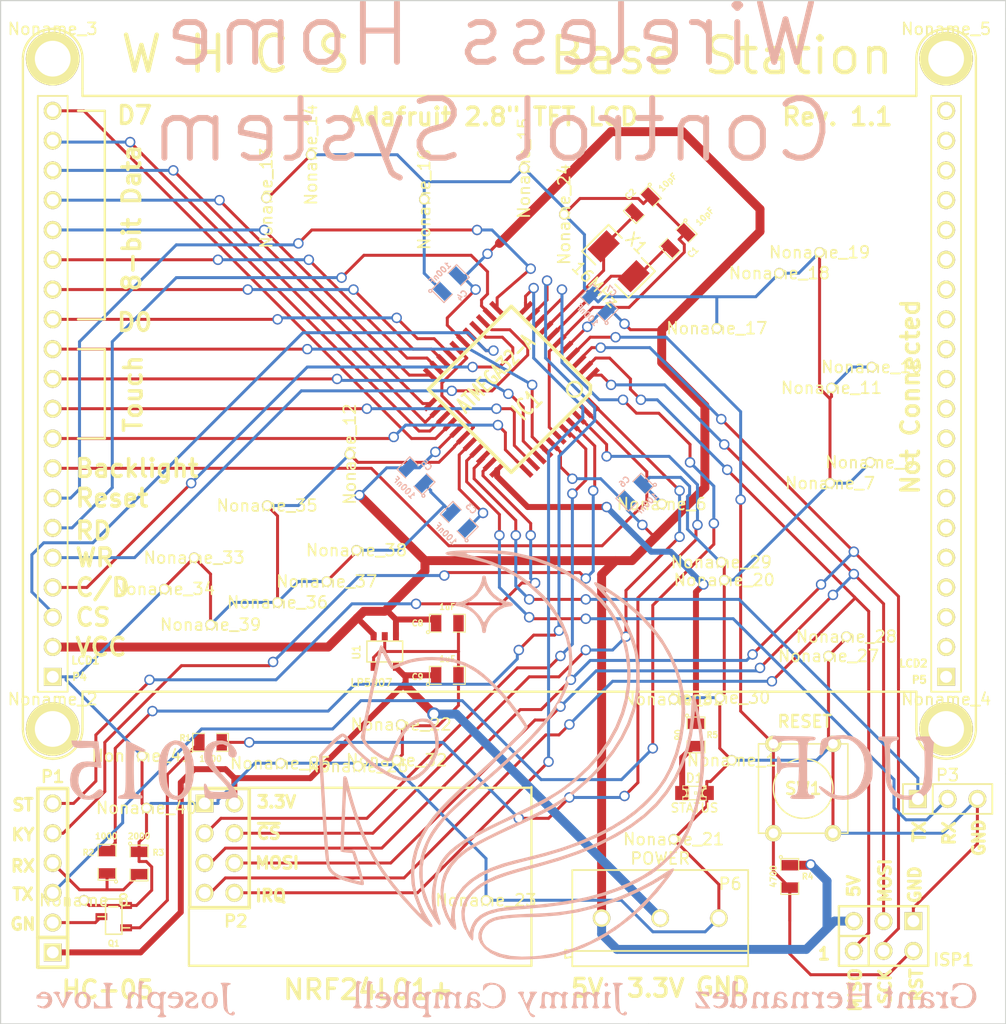
<source format=kicad_pcb>
(kicad_pcb (version 20171130) (host pcbnew "(5.1.12)-1")
  (title_block (title "Base Station") (rev 1.0) (company WHCS))
  (layers (0 F.Cu signal) (31 B.Cu signal) (34 B.Paste user hide) (35 F.Paste user hide) (36 B.SilkS user hide) (37 F.SilkS user hide) (38 B.Mask user hide) (39 F.Mask user hide) (44 Edge.Cuts user))
  (net 0 "")
  (net 1 /3V3)
  (net 2 /BTEN)
  (net 3 /CD)
  (net 4 /CE)
  (net 5 /CSN)
  (net 6 /D0)
  (net 7 /D1)
  (net 8 /D2)
  (net 9 /D3)
  (net 10 /D4)
  (net 11 /D5)
  (net 12 /D6)
  (net 13 /D7)
  (net 14 /HC_GND)
  (net 15 /IRQ)
  (net 16 /KEY)
  (net 17 /LCS)
  (net 18 /LITE)
  (net 19 /LRST)
  (net 20 /MISO)
  (net 21 /MOSI)
  (net 22 /PA4)
  (net 23 /RD)
  (net 24 /RST)
  (net 25 /RX)
  (net 26 /RX_SOFT)
  (net 27 /SCK)
  (net 28 /STATUS)
  (net 29 /TX)
  (net 30 /TX_SOFT)
  (net 31 /VCC)
  (net 32 /WR)
  (net 33 /X+)
  (net 34 /X-)
  (net 35 /Y+)
  (net 36 /Y-)
  (net 37 GND)
  (net 38 N-000001)
  (net 39 N-0000014)
  (net 40 N-0000017)
  (net 41 N-000002)
  (net 42 N-0000052)
  (net 43 N-0000063)
  (module gnd-via (layer F.Cu) (at 101.854 135.89)
    (fp_text reference Noname_41 (at 0 0) (layer F.SilkS))
    (fp_text value "" (at 0 0) (layer F.SilkS))
    (pad "" thru_hole circle (at 0 0) (size 0.889 0.889) (drill 0.635) (layers *.Cu *.Mask F.SilkS) (net 37 GND))
  )
  (module gnd-via (layer F.Cu) (at 102.235 140.335)
    (fp_text reference Noname_40 (at 0 0) (layer F.SilkS))
    (fp_text value "" (at 0 0) (layer F.SilkS))
    (pad "" thru_hole circle (at 0 0) (size 0.889 0.889) (drill 0.635) (layers *.Cu *.Mask F.SilkS) (net 37 GND))
  )
  (module gnd-via (layer F.Cu) (at 107.696 124.714)
    (fp_text reference Noname_39 (at 0 0) (layer F.SilkS))
    (fp_text value "" (at 0 0) (layer F.SilkS))
    (pad "" thru_hole circle (at 0 0) (size 0.889 0.889) (drill 0.635) (layers *.Cu *.Mask F.SilkS) (net 37 GND))
  )
  (module gnd-via (layer F.Cu) (at 120.142 118.364)
    (fp_text reference Noname_38 (at 0 0) (layer F.SilkS))
    (fp_text value "" (at 0 0) (layer F.SilkS))
    (pad "" thru_hole circle (at 0 0) (size 0.889 0.889) (drill 0.635) (layers *.Cu *.Mask F.SilkS) (net 37 GND))
  )
  (module gnd-via (layer F.Cu) (at 117.602 121.031)
    (fp_text reference Noname_37 (at 0 0) (layer F.SilkS))
    (fp_text value "" (at 0 0) (layer F.SilkS))
    (pad "" thru_hole circle (at 0 0) (size 0.889 0.889) (drill 0.635) (layers *.Cu *.Mask F.SilkS) (net 37 GND))
  )
  (module gnd-via (layer F.Cu) (at 113.411 122.809)
    (fp_text reference Noname_36 (at 0 0) (layer F.SilkS))
    (fp_text value "" (at 0 0) (layer F.SilkS))
    (pad "" thru_hole circle (at 0 0) (size 0.889 0.889) (drill 0.635) (layers *.Cu *.Mask F.SilkS) (net 37 GND))
  )
  (module gnd-via (layer F.Cu) (at 112.522 114.554)
    (fp_text reference Noname_35 (at 0 0) (layer F.SilkS))
    (fp_text value "" (at 0 0) (layer F.SilkS))
    (pad "" thru_hole circle (at 0 0) (size 0.889 0.889) (drill 0.635) (layers *.Cu *.Mask F.SilkS) (net 37 GND))
  )
  (module gnd-via (layer F.Cu) (at 103.759 121.666)
    (fp_text reference Noname_34 (at 0 0) (layer F.SilkS))
    (fp_text value "" (at 0 0) (layer F.SilkS))
    (pad "" thru_hole circle (at 0 0) (size 0.889 0.889) (drill 0.635) (layers *.Cu *.Mask F.SilkS) (net 37 GND))
  )
  (module gnd-via (layer F.Cu) (at 106.299 118.999)
    (fp_text reference Noname_33 (at 0 0) (layer F.SilkS))
    (fp_text value "" (at 0 0) (layer F.SilkS))
    (pad "" thru_hole circle (at 0 0) (size 0.889 0.889) (drill 0.635) (layers *.Cu *.Mask F.SilkS) (net 37 GND))
  )
  (module gnd-via (layer F.Cu) (at 123.571 136.271)
    (fp_text reference Noname_32 (at 0 0) (layer F.SilkS))
    (fp_text value "" (at 0 0) (layer F.SilkS))
    (pad "" thru_hole circle (at 0 0) (size 0.889 0.889) (drill 0.635) (layers *.Cu *.Mask F.SilkS) (net 37 GND))
  )
  (module gnd-via (layer F.Cu) (at 147.193 131.064)
    (fp_text reference Noname_31 (at 0 0) (layer F.SilkS))
    (fp_text value "" (at 0 0) (layer F.SilkS))
    (pad "" thru_hole circle (at 0 0) (size 0.889 0.889) (drill 0.635) (layers *.Cu *.Mask F.SilkS) (net 37 GND))
  )
  (module gnd-via (layer F.Cu) (at 151.13 130.937)
    (fp_text reference Noname_30 (at 0 0) (layer F.SilkS))
    (fp_text value "" (at 0 0) (layer F.SilkS))
    (pad "" thru_hole circle (at 0 0) (size 0.889 0.889) (drill 0.635) (layers *.Cu *.Mask F.SilkS) (net 37 GND))
  )
  (module gnd-via (layer F.Cu) (at 151.257 119.38)
    (fp_text reference Noname_29 (at 0 0) (layer F.SilkS))
    (fp_text value "" (at 0 0) (layer F.SilkS))
    (pad "" thru_hole circle (at 0 0) (size 0.889 0.889) (drill 0.635) (layers *.Cu *.Mask F.SilkS) (net 37 GND))
  )
  (module gnd-via (layer F.Cu) (at 161.925 125.73)
    (fp_text reference Noname_28 (at 0 0) (layer F.SilkS))
    (fp_text value "" (at 0 0) (layer F.SilkS))
    (pad "" thru_hole circle (at 0 0) (size 0.889 0.889) (drill 0.635) (layers *.Cu *.Mask F.SilkS) (net 37 GND))
  )
  (module gnd-via (layer F.Cu) (at 160.401 127.381)
    (fp_text reference Noname_27 (at 0 0) (layer F.SilkS))
    (fp_text value "" (at 0 0) (layer F.SilkS))
    (pad "" thru_hole circle (at 0 0) (size 0.889 0.889) (drill 0.635) (layers *.Cu *.Mask F.SilkS) (net 37 GND))
  )
  (module gnd-via (layer F.Cu) (at 120.269 136.779)
    (fp_text reference Noname_26 (at 0 0) (layer F.SilkS))
    (fp_text value "" (at 0 0) (layer F.SilkS))
    (pad "" thru_hole circle (at 0 0) (size 0.889 0.889) (drill 0.635) (layers *.Cu *.Mask F.SilkS) (net 37 GND))
  )
  (module gnd-via (layer F.Cu) (at 113.665 136.525)
    (fp_text reference Noname_25 (at 0 0) (layer F.SilkS))
    (fp_text value "" (at 0 0) (layer F.SilkS))
    (pad "" thru_hole circle (at 0 0) (size 0.889 0.889) (drill 0.635) (layers *.Cu *.Mask F.SilkS) (net 37 GND))
  )
  (module gnd-via (layer F.Cu) (at 137.858 89.7255 90)
    (fp_text reference Noname_24 (at 0 0 90) (layer F.SilkS))
    (fp_text value "" (at 0 0 90) (layer F.SilkS))
    (pad "" thru_hole circle (at 0 0 90) (size 0.889 0.889) (drill 0.635) (layers *.Cu *.Mask F.SilkS) (net 37 GND))
  )
  (module gnd-via (layer F.Cu) (at 131.191 148.209)
    (fp_text reference Noname_23 (at 0 0) (layer F.SilkS))
    (fp_text value "" (at 0 0) (layer F.SilkS))
    (pad "" thru_hole circle (at 0 0) (size 0.889 0.889) (drill 0.635) (layers *.Cu *.Mask F.SilkS) (net 37 GND))
  )
  (module gnd-via (layer F.Cu) (at 123.952 133.223)
    (fp_text reference Noname_22 (at 0 0) (layer F.SilkS))
    (fp_text value "" (at 0 0) (layer F.SilkS))
    (pad "" thru_hole circle (at 0 0) (size 0.889 0.889) (drill 0.635) (layers *.Cu *.Mask F.SilkS) (net 37 GND))
  )
  (module gnd-via (layer F.Cu) (at 147.193 143.002)
    (fp_text reference Noname_21 (at 0 0) (layer F.SilkS))
    (fp_text value "" (at 0 0) (layer F.SilkS))
    (pad "" thru_hole circle (at 0 0) (size 0.889 0.889) (drill 0.635) (layers *.Cu *.Mask F.SilkS) (net 37 GND))
  )
  (module gnd-via (layer F.Cu) (at 151.511 120.904)
    (fp_text reference Noname_20 (at 0 0) (layer F.SilkS))
    (fp_text value "" (at 0 0) (layer F.SilkS))
    (pad "" thru_hole circle (at 0 0) (size 0.889 0.889) (drill 0.635) (layers *.Cu *.Mask F.SilkS) (net 37 GND))
  )
  (module gnd-via (layer F.Cu) (at 159.639 92.964)
    (fp_text reference Noname_19 (at 0 0) (layer F.SilkS))
    (fp_text value "" (at 0 0) (layer F.SilkS))
    (pad "" thru_hole circle (at 0 0) (size 0.889 0.889) (drill 0.635) (layers *.Cu *.Mask F.SilkS) (net 37 GND))
  )
  (module gnd-via (layer F.Cu) (at 156.21 94.742)
    (fp_text reference Noname_18 (at 0 0) (layer F.SilkS))
    (fp_text value "" (at 0 0) (layer F.SilkS))
    (pad "" thru_hole circle (at 0 0) (size 0.889 0.889) (drill 0.635) (layers *.Cu *.Mask F.SilkS) (net 37 GND))
  )
  (module gnd-via (layer F.Cu) (at 150.876 99.441)
    (fp_text reference Noname_17 (at 0 0) (layer F.SilkS))
    (fp_text value "" (at 0 0) (layer F.SilkS))
    (pad "" thru_hole circle (at 0 0) (size 0.889 0.889) (drill 0.635) (layers *.Cu *.Mask F.SilkS) (net 37 GND))
  )
  (module gnd-via (layer F.Cu) (at 125.92 88.4555 90)
    (fp_text reference Noname_16 (at 0 0 90) (layer F.SilkS))
    (fp_text value "" (at 0 0 90) (layer F.SilkS))
    (pad "" thru_hole circle (at 0 0 90) (size 0.889 0.889) (drill 0.635) (layers *.Cu *.Mask F.SilkS) (net 37 GND))
  )
  (module gnd-via (layer F.Cu) (at 134.43 85.7885 90)
    (fp_text reference Noname_15 (at 0 0 90) (layer F.SilkS))
    (fp_text value "" (at 0 0 90) (layer F.SilkS))
    (pad "" thru_hole circle (at 0 0 90) (size 0.889 0.889) (drill 0.635) (layers *.Cu *.Mask F.SilkS) (net 37 GND))
  )
  (module gnd-via (layer F.Cu) (at 116.268 84.6455 90)
    (fp_text reference Noname_14 (at 0 0 90) (layer F.SilkS))
    (fp_text value "" (at 0 0 90) (layer F.SilkS))
    (pad "" thru_hole circle (at 0 0 90) (size 0.889 0.889) (drill 0.635) (layers *.Cu *.Mask F.SilkS) (net 37 GND))
  )
  (module gnd-via (layer F.Cu) (at 112.458 88.3285 90)
    (fp_text reference Noname_13 (at 0 0 90) (layer F.SilkS))
    (fp_text value "" (at 0 0 90) (layer F.SilkS))
    (pad "" thru_hole circle (at 0 0 90) (size 0.889 0.889) (drill 0.635) (layers *.Cu *.Mask F.SilkS) (net 37 GND))
  )
  (module gnd-via (layer F.Cu) (at 119.57 110.172 90)
    (fp_text reference Noname_12 (at 0 0 90) (layer F.SilkS))
    (fp_text value "" (at 0 0 90) (layer F.SilkS))
    (pad "" thru_hole circle (at 0 0 90) (size 0.889 0.889) (drill 0.635) (layers *.Cu *.Mask F.SilkS) (net 37 GND))
  )
  (module gnd-via (layer F.Cu) (at 160.655 104.521)
    (fp_text reference Noname_11 (at 0 0) (layer F.SilkS))
    (fp_text value "" (at 0 0) (layer F.SilkS))
    (pad "" thru_hole circle (at 0 0) (size 0.889 0.889) (drill 0.635) (layers *.Cu *.Mask F.SilkS) (net 37 GND))
  )
  (module gnd-via (layer F.Cu) (at 164.084 102.743)
    (fp_text reference Noname_10 (at 0 0) (layer F.SilkS))
    (fp_text value "" (at 0 0) (layer F.SilkS))
    (pad "" thru_hole circle (at 0 0) (size 0.889 0.889) (drill 0.635) (layers *.Cu *.Mask F.SilkS) (net 37 GND))
  )
  (module gnd-via (layer F.Cu) (at 163.957 110.871)
    (fp_text reference Noname_9 (at 0 0) (layer F.SilkS))
    (fp_text value "" (at 0 0) (layer F.SilkS))
    (pad "" thru_hole circle (at 0 0) (size 0.889 0.889) (drill 0.635) (layers *.Cu *.Mask F.SilkS) (net 37 GND))
  )
  (module gnd-via (layer F.Cu) (at 96.901 148.209)
    (fp_text reference Noname_8 (at 0 0) (layer F.SilkS))
    (fp_text value "" (at 0 0) (layer F.SilkS))
    (pad "" thru_hole circle (at 0 0) (size 0.889 0.889) (drill 0.635) (layers *.Cu *.Mask F.SilkS) (net 37 GND))
  )
  (module gnd-via (layer F.Cu) (at 160.528 112.649)
    (fp_text reference Noname_7 (at 0 0) (layer F.SilkS))
    (fp_text value "" (at 0 0) (layer F.SilkS))
    (pad "" thru_hole circle (at 0 0) (size 0.889 0.889) (drill 0.635) (layers *.Cu *.Mask F.SilkS) (net 37 GND))
  )
  (module gnd-via (layer F.Cu) (at 146.177 114.427)
    (fp_text reference Noname_6 (at 0 0) (layer F.SilkS))
    (fp_text value "" (at 0 0) (layer F.SilkS))
    (pad "" thru_hole circle (at 0 0) (size 0.889 0.889) (drill 0.635) (layers *.Cu *.Mask F.SilkS) (net 37 GND))
  )
  (module TQFP44 (layer F.Cu) (at 133.35 104.648 225)
    (fp_text reference IC1 (at 0 -1.905 225) (layer F.SilkS) (effects (font (size 1.524 1.016) (thickness 0.2032))))
    (fp_text value ATMEGA32-A (at 0 1.905 225) (layer F.SilkS) (effects (font (size 1.27 0.889) (thickness 0.2032))))
    (pad 39 smd rect (at 0 -5.715 225) (size 0.4064 1.524) (layers F.Cu F.Paste F.Mask) (net 37 GND))
    (pad 40 smd rect (at -0.8001 -5.715 225) (size 0.4064 1.524) (layers F.Cu F.Paste F.Mask) (net 4 /CE))
    (pad 41 smd rect (at -1.6002 -5.715 225) (size 0.4064 1.524) (layers F.Cu F.Paste F.Mask) (net 16 /KEY))
    (pad 42 smd rect (at -2.4003 -5.715 225) (size 0.4064 1.524) (layers F.Cu F.Paste F.Mask) (net 2 /BTEN))
    (pad 43 smd rect (at -3.2004 -5.715 225) (size 0.4064 1.524) (layers F.Cu F.Paste F.Mask) (net 18 /LITE))
    (pad 44 smd rect (at -4.0005 -5.715 225) (size 0.4064 1.524) (layers F.Cu F.Paste F.Mask) (net 5 /CSN))
    (pad 38 smd rect (at 0.8001 -5.715 225) (size 0.4064 1.524) (layers F.Cu F.Paste F.Mask) (net 31 /VCC))
    (pad 37 smd rect (at 1.6002 -5.715 225) (size 0.4064 1.524) (layers F.Cu F.Paste F.Mask) (net 36 /Y-))
    (pad 36 smd rect (at 2.4003 -5.715 225) (size 0.4064 1.524) (layers F.Cu F.Paste F.Mask) (net 34 /X-))
    (pad 35 smd rect (at 3.2004 -5.715 225) (size 0.4064 1.524) (layers F.Cu F.Paste F.Mask) (net 35 /Y+))
    (pad 34 smd rect (at 4.0005 -5.715 225) (size 0.4064 1.524) (layers F.Cu F.Paste F.Mask) (net 33 /X+))
    (pad 17 smd rect (at 0 5.715 225) (size 0.4064 1.524) (layers F.Cu F.Paste F.Mask) (net 31 /VCC))
    (pad 16 smd rect (at -0.8001 5.715 225) (size 0.4064 1.524) (layers F.Cu F.Paste F.Mask) (net 17 /LCS))
    (pad 15 smd rect (at -1.6002 5.715 225) (size 0.4064 1.524) (layers F.Cu F.Paste F.Mask) (net 3 /CD))
    (pad 14 smd rect (at -2.4003 5.715 225) (size 0.4064 1.524) (layers F.Cu F.Paste F.Mask) (net 32 /WR))
    (pad 13 smd rect (at -3.2004 5.715 225) (size 0.4064 1.524) (layers F.Cu F.Paste F.Mask) (net 23 /RD))
    (pad 12 smd rect (at -4.0005 5.715 225) (size 0.4064 1.524) (layers F.Cu F.Paste F.Mask) (net 19 /LRST))
    (pad 18 smd rect (at 0.8001 5.715 225) (size 0.4064 1.524) (layers F.Cu F.Paste F.Mask) (net 37 GND))
    (pad 19 smd rect (at 1.6002 5.715 225) (size 0.4064 1.524) (layers F.Cu F.Paste F.Mask) (net 6 /D0))
    (pad 20 smd rect (at 2.4003 5.715 225) (size 0.4064 1.524) (layers F.Cu F.Paste F.Mask) (net 7 /D1))
    (pad 21 smd rect (at 3.2004 5.715 225) (size 0.4064 1.524) (layers F.Cu F.Paste F.Mask) (net 8 /D2))
    (pad 22 smd rect (at 4.0005 5.715 225) (size 0.4064 1.524) (layers F.Cu F.Paste F.Mask) (net 9 /D3))
    (pad 6 smd rect (at -5.715 0 225) (size 1.524 0.4064) (layers F.Cu F.Paste F.Mask) (net 37 GND))
    (pad 28 smd rect (at 5.715 0 225) (size 1.524 0.4064) (layers F.Cu F.Paste F.Mask) (net 37 GND))
    (pad 7 smd rect (at -5.715 0.8001 225) (size 1.524 0.4064) (layers F.Cu F.Paste F.Mask) (net 38 N-000001))
    (pad 27 smd rect (at 5.715 0.8001 225) (size 1.524 0.4064) (layers F.Cu F.Paste F.Mask) (net 31 /VCC))
    (pad 26 smd rect (at 5.715 1.6002 225) (size 1.524 0.4064) (layers F.Cu F.Paste F.Mask) (net 13 /D7))
    (pad 8 smd rect (at -5.715 1.6002 225) (size 1.524 0.4064) (layers F.Cu F.Paste F.Mask) (net 41 N-000002))
    (pad 9 smd rect (at -5.715 2.4003 225) (size 1.524 0.4064) (layers F.Cu F.Paste F.Mask) (net 25 /RX))
    (pad 25 smd rect (at 5.715 2.4003 225) (size 1.524 0.4064) (layers F.Cu F.Paste F.Mask) (net 12 /D6))
    (pad 24 smd rect (at 5.715 3.2004 225) (size 1.524 0.4064) (layers F.Cu F.Paste F.Mask) (net 11 /D5))
    (pad 10 smd rect (at -5.715 3.2004 225) (size 1.524 0.4064) (layers F.Cu F.Paste F.Mask) (net 29 /TX))
    (pad 11 smd rect (at -5.715 4.0005 225) (size 1.524 0.4064) (layers F.Cu F.Paste F.Mask) (net 15 /IRQ))
    (pad 23 smd rect (at 5.715 4.0005 225) (size 1.524 0.4064) (layers F.Cu F.Paste F.Mask) (net 10 /D4))
    (pad 29 smd rect (at 5.715 -0.8001 225) (size 1.524 0.4064) (layers F.Cu F.Paste F.Mask) (net 43 N-0000063))
    (pad 5 smd rect (at -5.715 -0.8001 225) (size 1.524 0.4064) (layers F.Cu F.Paste F.Mask) (net 31 /VCC))
    (pad 4 smd rect (at -5.715 -1.6002 225) (size 1.524 0.4064) (layers F.Cu F.Paste F.Mask) (net 24 /RST))
    (pad 30 smd rect (at 5.715 -1.6002 225) (size 1.524 0.4064) (layers F.Cu F.Paste F.Mask) (net 26 /RX_SOFT))
    (pad 31 smd rect (at 5.715 -2.4003 225) (size 1.524 0.4064) (layers F.Cu F.Paste F.Mask) (net 30 /TX_SOFT))
    (pad 3 smd rect (at -5.715 -2.4003 225) (size 1.524 0.4064) (layers F.Cu F.Paste F.Mask) (net 27 /SCK))
    (pad 2 smd rect (at -5.715 -3.2004 225) (size 1.524 0.4064) (layers F.Cu F.Paste F.Mask) (net 20 /MISO))
    (pad 32 smd rect (at 5.715 -3.2004 225) (size 1.524 0.4064) (layers F.Cu F.Paste F.Mask) (net 28 /STATUS))
    (pad 33 smd rect (at 5.715 -4.0005 225) (size 1.524 0.4064) (layers F.Cu F.Paste F.Mask) (net 22 /PA4))
    (pad 1 smd rect (at -5.715 -4.0005 225) (size 1.524 0.4064) (layers F.Cu F.Paste F.Mask) (net 21 /MOSI))
  )
  (module SW_PUSH_SMALL (layer F.Cu) (at 158.242 138.684 90)
    (fp_text reference SW1 (at 0 0 180) (layer F.SilkS) (effects (font (size 1.016 1.016) (thickness 0.2032))))
    (fp_text value RESET (at 5.715 0.127 180) (layer F.SilkS) (effects (font (size 1.016 1.016) (thickness 0.2032))))
    (pad 1 thru_hole circle (at 3.81 -2.54 90) (size 1.397 1.397) (drill 0.8128) (layers *.Cu *.Mask F.SilkS) (net 24 /RST))
    (pad 2 thru_hole circle (at 3.81 2.54 90) (size 1.397 1.397) (drill 0.8128) (layers *.Cu *.Mask F.SilkS) (net 37 GND))
    (pad 1 thru_hole circle (at -3.81 -2.54 90) (size 1.397 1.397) (drill 0.8128) (layers *.Cu *.Mask F.SilkS) (net 24 /RST))
    (pad 2 thru_hole circle (at -3.81 2.54 90) (size 1.397 1.397) (drill 0.8128) (layers *.Cu *.Mask F.SilkS) (net 37 GND))
  )
  (module SOT23-5 (layer F.Cu) (at 122.555 127 180)
    (fp_text reference U1 (at 2.413 -0.0635 270) (layer F.SilkS) (effects (font (size 0.635 0.635) (thickness 0.127))))
    (fp_text value LP5907 (at 1.143 -2.667 180) (layer F.SilkS) (effects (font (size 0.635 0.635) (thickness 0.127))))
    (pad 1 smd rect (at -0.9525 1.27 180) (size 0.508 0.762) (layers F.Cu F.Paste F.Mask) (net 31 /VCC))
    (pad 3 smd rect (at 0.9525 1.27 180) (size 0.508 0.762) (layers F.Cu F.Paste F.Mask) (net 31 /VCC))
    (pad 5 smd rect (at -0.9525 -1.27 180) (size 0.508 0.762) (layers F.Cu F.Paste F.Mask) (net 1 /3V3))
    (pad 2 smd rect (at 0 1.27 180) (size 0.508 0.762) (layers F.Cu F.Paste F.Mask) (net 37 GND))
    (pad 4 smd rect (at 0.9525 -1.27 180) (size 0.508 0.762) (layers F.Cu F.Paste F.Mask) (net 37 GND))
  )
  (module sot23 (layer F.Cu) (at 99.441 149.606 90)
    (fp_text reference Q1 (at -2.286 0 180) (layer F.SilkS) (effects (font (size 0.50038 0.50038) (thickness 0.09906))))
    (fp_text value BTEN hide)
    (pad 1 smd rect (at -0.9525 1.05664 90) (size 0.59944 1.00076) (layers F.Cu F.Paste F.Mask) (net 39 N-0000014))
    (pad 2 smd rect (at 0 -1.05664 90) (size 0.59944 1.00076) (layers F.Cu F.Paste F.Mask) (net 14 /HC_GND))
    (pad 3 smd rect (at 0.9525 1.05664 90) (size 0.59944 1.00076) (layers F.Cu F.Paste F.Mask) (net 37 GND))
  )
  (module SM0805 (layer F.Cu) (at 144.526 88.9 225)
    (fp_text reference C2 (at 0.089803 1.347038 225) (layer F.SilkS) (effects (font (size 0.50038 0.50038) (thickness 0.10922))))
    (fp_text value 10pF (at -2.873682 -0.179605 225) (layer F.SilkS) (effects (font (size 0.50038 0.50038) (thickness 0.10922))))
    (pad 1 smd rect (at -0.9525 0 225) (size 0.889 1.397) (layers F.Cu F.Paste F.Mask) (net 37 GND))
    (pad 2 smd rect (at 0.9525 0 225) (size 0.889 1.397) (layers F.Cu F.Paste F.Mask) (net 41 N-000002))
  )
  (module SM0805 (layer F.Cu) (at 149.098 134.112 270)
    (fp_text reference R5 (at 0 -1.397) (layer F.SilkS) (effects (font (size 0.50038 0.50038) (thickness 0.10922))))
    (fp_text value 90 (at 0 1.524 270) (layer F.SilkS) (effects (font (size 0.50038 0.50038) (thickness 0.10922))))
    (pad 1 smd rect (at -0.9525 0 270) (size 0.889 1.397) (layers F.Cu F.Paste F.Mask) (net 22 /PA4))
    (pad 2 smd rect (at 0.9525 0 270) (size 0.889 1.397) (layers F.Cu F.Paste F.Mask) (net 42 N-0000052))
  )
  (module SM0805 (layer F.Cu) (at 157.099 146.177 270)
    (fp_text reference R4 (at 0 -1.524) (layer F.SilkS) (effects (font (size 0.50038 0.50038) (thickness 0.10922))))
    (fp_text value 4700 (at 0 1.397 270) (layer F.SilkS) (effects (font (size 0.50038 0.50038) (thickness 0.10922))))
    (pad 1 smd rect (at -0.9525 0 270) (size 0.889 1.397) (layers F.Cu F.Paste F.Mask) (net 31 /VCC))
    (pad 2 smd rect (at 0.9525 0 270) (size 0.889 1.397) (layers F.Cu F.Paste F.Mask) (net 24 /RST))
  )
  (module SM0805 (layer B.Cu) (at 140.843 97.282 135)
    (fp_text reference C7 (at 0 1.436841 135) (layer B.SilkS) (effects (font (size 0.50038 0.50038) (thickness 0.10922)) (justify mirror)))
    (fp_text value 100nF (at 0 -1.436841 135) (layer B.SilkS) (effects (font (size 0.50038 0.50038) (thickness 0.10922)) (justify mirror)))
    (pad 1 smd rect (at -0.9525 0 135) (size 0.889 1.397) (layers B.Cu B.Paste B.Mask) (net 31 /VCC))
    (pad 2 smd rect (at 0.9525 0 135) (size 0.889 1.397) (layers B.Cu B.Paste B.Mask) (net 37 GND))
  )
  (module SM0805 (layer B.Cu) (at 128.143 95.631 45)
    (fp_text reference C4 (at 0 1.436841 45) (layer B.SilkS) (effects (font (size 0.50038 0.50038) (thickness 0.10922)) (justify mirror)))
    (fp_text value 100nF (at 0 -1.257236 45) (layer B.SilkS) (effects (font (size 0.50038 0.50038) (thickness 0.10922)) (justify mirror)))
    (pad 1 smd rect (at -0.9525 0 45) (size 0.889 1.397) (layers B.Cu B.Paste B.Mask) (net 37 GND))
    (pad 2 smd rect (at 0.9525 0 45) (size 0.889 1.397) (layers B.Cu B.Paste B.Mask) (net 31 /VCC))
  )
  (module SM0805 (layer B.Cu) (at 125.222 112.014 135)
    (fp_text reference C5 (at 0 1.257236 135) (layer B.SilkS) (effects (font (size 0.50038 0.50038) (thickness 0.10922)) (justify mirror)))
    (fp_text value 100nF (at 0 -1.436841 135) (layer B.SilkS) (effects (font (size 0.50038 0.50038) (thickness 0.10922)) (justify mirror)))
    (pad 1 smd rect (at -0.9525 0 135) (size 0.889 1.397) (layers B.Cu B.Paste B.Mask) (net 37 GND))
    (pad 2 smd rect (at 0.9525 0 135) (size 0.889 1.397) (layers B.Cu B.Paste B.Mask) (net 31 /VCC))
  )
  (module SM0805 (layer B.Cu) (at 143.891 113.411 225)
    (fp_text reference C6 (at 0 1.257236 225) (layer B.SilkS) (effects (font (size 0.50038 0.50038) (thickness 0.10922)) (justify mirror)))
    (fp_text value 100nF (at 0 -1.436841 225) (layer B.SilkS) (effects (font (size 0.50038 0.50038) (thickness 0.10922)) (justify mirror)))
    (pad 1 smd rect (at -0.9525 0 225) (size 0.889 1.397) (layers B.Cu B.Paste B.Mask) (net 37 GND))
    (pad 2 smd rect (at 0.9525 0 225) (size 0.889 1.397) (layers B.Cu B.Paste B.Mask) (net 31 /VCC))
  )
  (module SM0805 (layer F.Cu) (at 107.696 134.747)
    (fp_text reference R1 (at -2.159 -0.381) (layer F.SilkS) (effects (font (size 0.50038 0.50038) (thickness 0.10922))))
    (fp_text value 1000 (at 0 1.397) (layer F.SilkS) (effects (font (size 0.50038 0.50038) (thickness 0.10922))))
    (pad 1 smd rect (at -0.9525 0) (size 0.889 1.397) (layers F.Cu F.Paste F.Mask) (net 39 N-0000014))
    (pad 2 smd rect (at 0.9525 0) (size 0.889 1.397) (layers F.Cu F.Paste F.Mask) (net 2 /BTEN))
  )
  (module SM0805 (layer F.Cu) (at 101.6 145.034 270)
    (fp_text reference R3 (at -0.889 -1.651) (layer F.SilkS) (effects (font (size 0.50038 0.50038) (thickness 0.10922))))
    (fp_text value 2000 (at -2.286 0) (layer F.SilkS) (effects (font (size 0.50038 0.50038) (thickness 0.10922))))
    (pad 1 smd rect (at -0.9525 0 270) (size 0.889 1.397) (layers F.Cu F.Paste F.Mask) (net 37 GND))
    (pad 2 smd rect (at 0.9525 0 270) (size 0.889 1.397) (layers F.Cu F.Paste F.Mask) (net 40 N-0000017))
  )
  (module SM0805 (layer F.Cu) (at 98.8695 144.97 90)
    (fp_text reference R2 (at 0.8255 -1.5875 180) (layer F.SilkS) (effects (font (size 0.50038 0.50038) (thickness 0.10922))))
    (fp_text value 1000 (at 2.2225 -0.0635 180) (layer F.SilkS) (effects (font (size 0.50038 0.50038) (thickness 0.10922))))
    (pad 1 smd rect (at -0.9525 0 90) (size 0.889 1.397) (layers F.Cu F.Paste F.Mask) (net 40 N-0000017))
    (pad 2 smd rect (at 0.9525 0 90) (size 0.889 1.397) (layers F.Cu F.Paste F.Mask) (net 29 /TX))
  )
  (module SM0805 (layer B.Cu) (at 128.905 115.824 135)
    (fp_text reference C3 (at 0 1.436841 135) (layer B.SilkS) (effects (font (size 0.50038 0.50038) (thickness 0.10922)) (justify mirror)))
    (fp_text value 100nF (at 0 -1.616446 135) (layer B.SilkS) (effects (font (size 0.50038 0.50038) (thickness 0.10922)) (justify mirror)))
    (pad 1 smd rect (at -0.9525 0 135) (size 0.889 1.397) (layers B.Cu B.Paste B.Mask) (net 43 N-0000063))
    (pad 2 smd rect (at 0.9525 0 135) (size 0.889 1.397) (layers B.Cu B.Paste B.Mask) (net 37 GND))
  )
  (module SM0805 (layer F.Cu) (at 147.574 91.948 225)
    (fp_text reference C1 (at -0.179605 -1.616446 225) (layer F.SilkS) (effects (font (size 0.50038 0.50038) (thickness 0.10922))))
    (fp_text value 10pF (at -3.053287 -0.179605 225) (layer F.SilkS) (effects (font (size 0.50038 0.50038) (thickness 0.10922))))
    (pad 1 smd rect (at -0.9525 0 225) (size 0.889 1.397) (layers F.Cu F.Paste F.Mask) (net 37 GND))
    (pad 2 smd rect (at 0.9525 0 225) (size 0.889 1.397) (layers F.Cu F.Paste F.Mask) (net 38 N-000001))
  )
  (module pin_array_4x2 (layer F.Cu) (at 108.458 143.764 270)
    (fp_text reference P2 (at 6.223 -1.397) (layer F.SilkS) (effects (font (size 1.016 1.016) (thickness 0.2032))))
    (fp_text value NRF24L01+ hide)
    (pad 1 thru_hole rect (at -3.81 1.27 270) (size 1.524 1.524) (drill 1.016) (layers *.Cu *.Mask F.SilkS) (net 37 GND))
    (pad 2 thru_hole circle (at -3.81 -1.27 270) (size 1.524 1.524) (drill 1.016) (layers *.Cu *.Mask F.SilkS) (net 1 /3V3))
    (pad 3 thru_hole circle (at -1.27 1.27 270) (size 1.524 1.524) (drill 1.016) (layers *.Cu *.Mask F.SilkS) (net 4 /CE))
    (pad 4 thru_hole circle (at -1.27 -1.27 270) (size 1.524 1.524) (drill 1.016) (layers *.Cu *.Mask F.SilkS) (net 5 /CSN))
    (pad 5 thru_hole circle (at 1.27 1.27 270) (size 1.524 1.524) (drill 1.016) (layers *.Cu *.Mask F.SilkS) (net 27 /SCK))
    (pad 6 thru_hole circle (at 1.27 -1.27 270) (size 1.524 1.524) (drill 1.016) (layers *.Cu *.Mask F.SilkS) (net 21 /MOSI))
    (pad 7 thru_hole circle (at 3.81 1.27 270) (size 1.524 1.524) (drill 1.016) (layers *.Cu *.Mask F.SilkS) (net 20 /MISO))
    (pad 8 thru_hole circle (at 3.81 -1.27 270) (size 1.524 1.524) (drill 1.016) (layers *.Cu *.Mask F.SilkS) (net 15 /IRQ))
  )
  (module PIN_ARRAY_20X1 (layer F.Cu) (at 170.434 94.869 90)
    (fp_text reference P5 (at -34.544 -2.286 180) (layer F.SilkS) (effects (font (size 0.63246 0.63246) (thickness 0.15748))))
    (fp_text value LCD2 (at -33.147 -2.794 180) (layer F.SilkS) (effects (font (size 0.63246 0.63246) (thickness 0.15748))))
    (pad 1 thru_hole rect (at -34.29 0 90) (size 1.524 1.524) (drill 1.016) (layers *.Cu *.Mask F.SilkS))
    (pad 2 thru_hole circle (at -31.75 0 90) (size 1.524 1.524) (drill 1.016) (layers *.Cu *.Mask F.SilkS))
    (pad 11 thru_hole circle (at -8.89 0 90) (size 1.524 1.524) (drill 1.016) (layers *.Cu *.Mask F.SilkS))
    (pad 4 thru_hole circle (at -26.67 0 90) (size 1.524 1.524) (drill 1.016) (layers *.Cu *.Mask F.SilkS))
    (pad 13 thru_hole circle (at -3.81 0 90) (size 1.524 1.524) (drill 1.016) (layers *.Cu *.Mask F.SilkS))
    (pad 6 thru_hole circle (at -21.59 0 90) (size 1.524 1.524) (drill 1.016) (layers *.Cu *.Mask F.SilkS))
    (pad 15 thru_hole circle (at 1.27 0 90) (size 1.524 1.524) (drill 1.016) (layers *.Cu *.Mask F.SilkS))
    (pad 8 thru_hole circle (at -16.51 0 90) (size 1.524 1.524) (drill 1.016) (layers *.Cu *.Mask F.SilkS))
    (pad 17 thru_hole circle (at 6.35 0 90) (size 1.524 1.524) (drill 1.016) (layers *.Cu *.Mask F.SilkS))
    (pad 10 thru_hole circle (at -11.43 0 90) (size 1.524 1.524) (drill 1.016) (layers *.Cu *.Mask F.SilkS))
    (pad 19 thru_hole circle (at 11.43 0 90) (size 1.524 1.524) (drill 1.016) (layers *.Cu *.Mask F.SilkS))
    (pad 12 thru_hole circle (at -6.35 0 90) (size 1.524 1.524) (drill 1.016) (layers *.Cu *.Mask F.SilkS))
    (pad 14 thru_hole circle (at -1.27 0 90) (size 1.524 1.524) (drill 1.016) (layers *.Cu *.Mask F.SilkS))
    (pad 16 thru_hole circle (at 3.81 0 90) (size 1.524 1.524) (drill 1.016) (layers *.Cu *.Mask F.SilkS))
    (pad 18 thru_hole circle (at 8.89 0 90) (size 1.524 1.524) (drill 1.016) (layers *.Cu *.Mask F.SilkS))
    (pad 20 thru_hole circle (at 13.97 0 90) (size 1.524 1.524) (drill 1.016) (layers *.Cu *.Mask F.SilkS))
    (pad 3 thru_hole circle (at -29.21 0 90) (size 1.524 1.524) (drill 1.016) (layers *.Cu *.Mask F.SilkS))
    (pad 5 thru_hole circle (at -24.13 0 90) (size 1.524 1.524) (drill 1.016) (layers *.Cu *.Mask F.SilkS))
    (pad 7 thru_hole circle (at -19.05 0 90) (size 1.524 1.524) (drill 1.016) (layers *.Cu *.Mask F.SilkS))
    (pad 9 thru_hole circle (at -13.97 0 90) (size 1.524 1.524) (drill 1.016) (layers *.Cu *.Mask F.SilkS))
  )
  (module PIN_ARRAY_20X1 (layer F.Cu) (at 94.234 94.869 90)
    (fp_text reference P4 (at -34.29 2.286 180) (layer F.SilkS) (effects (font (size 0.63246 0.63246) (thickness 0.15748))))
    (fp_text value LCD1 (at -32.893 2.794 180) (layer F.SilkS) (effects (font (size 0.63246 0.63246) (thickness 0.15748))))
    (pad 1 thru_hole rect (at -34.29 0 90) (size 1.524 1.524) (drill 1.016) (layers *.Cu *.Mask F.SilkS) (net 37 GND))
    (pad 2 thru_hole circle (at -31.75 0 90) (size 1.524 1.524) (drill 1.016) (layers *.Cu *.Mask F.SilkS) (net 31 /VCC))
    (pad 11 thru_hole circle (at -8.89 0 90) (size 1.524 1.524) (drill 1.016) (layers *.Cu *.Mask F.SilkS) (net 34 /X-))
    (pad 4 thru_hole circle (at -26.67 0 90) (size 1.524 1.524) (drill 1.016) (layers *.Cu *.Mask F.SilkS) (net 3 /CD))
    (pad 13 thru_hole circle (at -3.81 0 90) (size 1.524 1.524) (drill 1.016) (layers *.Cu *.Mask F.SilkS) (net 6 /D0))
    (pad 6 thru_hole circle (at -21.59 0 90) (size 1.524 1.524) (drill 1.016) (layers *.Cu *.Mask F.SilkS) (net 23 /RD))
    (pad 15 thru_hole circle (at 1.27 0 90) (size 1.524 1.524) (drill 1.016) (layers *.Cu *.Mask F.SilkS) (net 8 /D2))
    (pad 8 thru_hole circle (at -16.51 0 90) (size 1.524 1.524) (drill 1.016) (layers *.Cu *.Mask F.SilkS) (net 18 /LITE))
    (pad 17 thru_hole circle (at 6.35 0 90) (size 1.524 1.524) (drill 1.016) (layers *.Cu *.Mask F.SilkS) (net 10 /D4))
    (pad 10 thru_hole circle (at -11.43 0 90) (size 1.524 1.524) (drill 1.016) (layers *.Cu *.Mask F.SilkS) (net 35 /Y+))
    (pad 19 thru_hole circle (at 11.43 0 90) (size 1.524 1.524) (drill 1.016) (layers *.Cu *.Mask F.SilkS) (net 12 /D6))
    (pad 12 thru_hole circle (at -6.35 0 90) (size 1.524 1.524) (drill 1.016) (layers *.Cu *.Mask F.SilkS) (net 36 /Y-))
    (pad 14 thru_hole circle (at -1.27 0 90) (size 1.524 1.524) (drill 1.016) (layers *.Cu *.Mask F.SilkS) (net 7 /D1))
    (pad 16 thru_hole circle (at 3.81 0 90) (size 1.524 1.524) (drill 1.016) (layers *.Cu *.Mask F.SilkS) (net 9 /D3))
    (pad 18 thru_hole circle (at 8.89 0 90) (size 1.524 1.524) (drill 1.016) (layers *.Cu *.Mask F.SilkS) (net 11 /D5))
    (pad 20 thru_hole circle (at 13.97 0 90) (size 1.524 1.524) (drill 1.016) (layers *.Cu *.Mask F.SilkS) (net 13 /D7))
    (pad 3 thru_hole circle (at -29.21 0 90) (size 1.524 1.524) (drill 1.016) (layers *.Cu *.Mask F.SilkS) (net 17 /LCS))
    (pad 5 thru_hole circle (at -24.13 0 90) (size 1.524 1.524) (drill 1.016) (layers *.Cu *.Mask F.SilkS) (net 32 /WR))
    (pad 7 thru_hole circle (at -19.05 0 90) (size 1.524 1.524) (drill 1.016) (layers *.Cu *.Mask F.SilkS) (net 19 /LRST))
    (pad 9 thru_hole circle (at -13.97 0 90) (size 1.524 1.524) (drill 1.016) (layers *.Cu *.Mask F.SilkS) (net 33 /X+))
  )
  (module PIN_ARRAY-6X1 (layer F.Cu) (at 94.234 146.304 90)
    (fp_text reference P1 (at 8.636 0 180) (layer F.SilkS) (effects (font (size 1.016 1.016) (thickness 0.2032))))
    (fp_text value HC-05 hide)
    (pad 1 thru_hole rect (at -6.35 0 90) (size 1.524 1.524) (drill 1.016) (layers *.Cu *.Mask F.SilkS) (net 1 /3V3))
    (pad 2 thru_hole circle (at -3.81 0 90) (size 1.524 1.524) (drill 1.016) (layers *.Cu *.Mask F.SilkS) (net 14 /HC_GND))
    (pad 3 thru_hole circle (at -1.27 0 90) (size 1.524 1.524) (drill 1.016) (layers *.Cu *.Mask F.SilkS) (net 25 /RX))
    (pad 4 thru_hole circle (at 1.27 0 90) (size 1.524 1.524) (drill 1.016) (layers *.Cu *.Mask F.SilkS) (net 40 N-0000017))
    (pad 5 thru_hole circle (at 3.81 0 90) (size 1.524 1.524) (drill 1.016) (layers *.Cu *.Mask F.SilkS) (net 16 /KEY))
    (pad 6 thru_hole circle (at 6.35 0 90) (size 1.524 1.524) (drill 1.016) (layers *.Cu *.Mask F.SilkS) (net 28 /STATUS))
  )
  (module LED-0805 (layer F.Cu) (at 148.971 139.065)
    (fp_text reference D1 (at 0 -1.27) (layer F.SilkS) (effects (font (size 0.762 0.762) (thickness 0.127))))
    (fp_text value STATUS (at 0 1.27) (layer F.SilkS) (effects (font (size 0.762 0.762) (thickness 0.127))))
    (pad 1 smd rect (at -1.04902 0) (size 1.19888 1.19888) (layers F.Cu F.Paste F.Mask) (net 42 N-0000052))
    (pad 2 smd rect (at 1.04902 0) (size 1.19888 1.19888) (layers F.Cu F.Paste F.Mask) (net 37 GND))
  )
  (module terminal-282836-3 (layer F.Cu) (at 146.05 149.733)
    (fp_text reference P6 (at 5.969 -2.921) (layer F.SilkS))
    (fp_text value POWER (at 0 -5.08) (layer F.SilkS))
    (pad 1 thru_hole circle (at -5 0) (size 1.5 1.5) (drill 1.1) (layers *.Cu *.Mask F.SilkS) (net 31 /VCC))
    (pad 2 thru_hole circle (at 0 0) (size 1.5 1.5) (drill 1.1) (layers *.Cu *.Mask F.SilkS) (net 1 /3V3))
    (pad 3 thru_hole circle (at 5 0) (size 1.5 1.5) (drill 1.1) (layers *.Cu *.Mask F.SilkS) (net 37 GND))
  )
  (module pin_array_3x2 (layer F.Cu) (at 165.1 151.257)
    (fp_text reference ISP1 (at 5.969 2.032) (layer F.SilkS) (effects (font (size 1.016 1.016) (thickness 0.2032))))
    (fp_text value ISP hide)
    (pad 1 thru_hole circle (at -2.54 1.27) (size 1.524 1.524) (drill 1.016) (layers *.Cu *.Mask F.SilkS) (net 20 /MISO))
    (pad 2 thru_hole circle (at -2.54 -1.27) (size 1.524 1.524) (drill 1.016) (layers *.Cu *.Mask F.SilkS) (net 31 /VCC))
    (pad 3 thru_hole circle (at 0 1.27) (size 1.524 1.524) (drill 1.016) (layers *.Cu *.Mask F.SilkS) (net 27 /SCK))
    (pad 4 thru_hole circle (at 0 -1.27) (size 1.524 1.524) (drill 1.016) (layers *.Cu *.Mask F.SilkS) (net 21 /MOSI))
    (pad 5 thru_hole circle (at 2.54 1.27) (size 1.524 1.524) (drill 1.016) (layers *.Cu *.Mask F.SilkS) (net 24 /RST))
    (pad 6 thru_hole rect (at 2.54 -1.27) (size 1.524 1.524) (drill 1.016) (layers *.Cu *.Mask F.SilkS) (net 37 GND))
  )
  (module 2-SMD (layer F.Cu) (at 142.494 93.726 315)
    (fp_text reference X1 (at 0 -2.155261 315) (layer F.SilkS))
    (fp_text value 16MHz (at 0 2.8 315) (layer F.SilkS))
    (pad 1 smd rect (at -1.8 0 315) (size 1.6 2.3) (layers F.Cu F.Paste F.Mask) (net 41 N-000002))
    (pad 2 smd rect (at 1.8 0 315) (size 1.6 2.3) (layers F.Cu F.Paste F.Mask) (net 38 N-000001))
  )
  (module adafruit-tft-mount (layer F.Cu) (at 170.434 76.454)
    (fp_text reference Noname_5 (at 0 -2.54) (layer F.SilkS))
    (fp_text value "" (at 0 0) (layer F.SilkS))
    (pad "" thru_hole circle (at 0 0) (size 4.572 4.572) (drill 3.048) (layers *.Cu *.Mask F.SilkS) (clearance 0.508))
  )
  (module adafruit-tft-mount (layer F.Cu) (at 170.434 133.604)
    (fp_text reference Noname_4 (at 0 -2.54) (layer F.SilkS))
    (fp_text value "" (at 0 0) (layer F.SilkS))
    (pad "" thru_hole circle (at 0 0) (size 4.572 4.572) (drill 3.048) (layers *.Cu *.Mask F.SilkS) (clearance 0.508))
  )
  (module adafruit-tft-mount (layer F.Cu) (at 94.234 76.454)
    (fp_text reference Noname_3 (at 0 -2.54) (layer F.SilkS))
    (fp_text value "" (at 0 0) (layer F.SilkS))
    (pad "" thru_hole circle (at 0 0) (size 4.572 4.572) (drill 3.048) (layers *.Cu *.Mask F.SilkS) (clearance 0.508))
  )
  (module adafruit-tft-mount (layer F.Cu) (at 94.234 133.604)
    (fp_text reference Noname_2 (at 0 -2.54) (layer F.SilkS))
    (fp_text value "" (at 0 0) (layer F.SilkS))
    (pad "" thru_hole circle (at 0 0) (size 4.572 4.572) (drill 3.048) (layers *.Cu *.Mask F.SilkS) (clearance 0.508))
  )
  (module SM0805 (layer F.Cu) (at 127.889 124.587)
    (fp_text reference C8 (at -2.54 0) (layer F.SilkS) (effects (font (size 0.50038 0.50038) (thickness 0.10922))))
    (fp_text value 1uF (at 0 -1.397) (layer F.SilkS) (effects (font (size 0.50038 0.50038) (thickness 0.10922))))
    (pad 1 smd rect (at -0.9525 0) (size 0.889 1.397) (layers F.Cu F.Paste F.Mask) (net 31 /VCC))
    (pad 2 smd rect (at 0.9525 0) (size 0.889 1.397) (layers F.Cu F.Paste F.Mask) (net 37 GND))
  )
  (module SM0805 (layer F.Cu) (at 127.889 129.032)
    (fp_text reference C9 (at -2.54 0.127) (layer F.SilkS) (effects (font (size 0.50038 0.50038) (thickness 0.10922))))
    (fp_text value 1uF (at 0 -1.397) (layer F.SilkS) (effects (font (size 0.50038 0.50038) (thickness 0.10922))))
    (pad 1 smd rect (at -0.9525 0) (size 0.889 1.397) (layers F.Cu F.Paste F.Mask) (net 1 /3V3))
    (pad 2 smd rect (at 0.9525 0) (size 0.889 1.397) (layers F.Cu F.Paste F.Mask) (net 37 GND))
  )
  (module gnd-via (layer F.Cu) (at 152.146 136.271)
    (fp_text reference Noname_1 (at 0 0) (layer F.SilkS))
    (fp_text value "" (at 0 0) (layer F.SilkS))
    (pad "" thru_hole circle (at 0 0) (size 0.889 0.889) (drill 0.635) (layers *.Cu *.Mask F.SilkS) (net 37 GND))
  )
  (module PIN_ARRAY_3X1 (layer F.Cu) (at 170.561 139.573)
    (fp_text reference P3 (at 0 -2.032) (layer F.SilkS) (effects (font (size 1.016 1.016) (thickness 0.1524))))
    (fp_text value SERIAL hide)
    (pad 1 thru_hole rect (at -2.54 0) (size 1.524 1.524) (drill 1.016) (layers *.Cu *.Mask F.SilkS) (net 30 /TX_SOFT))
    (pad 2 thru_hole circle (at 0 0) (size 1.524 1.524) (drill 1.016) (layers *.Cu *.Mask F.SilkS) (net 26 /RX_SOFT))
    (pad 3 thru_hole circle (at 2.54 0) (size 1.524 1.524) (drill 1.016) (layers *.Cu *.Mask F.SilkS) (net 37 GND))
  )
  (module LOGO (layer B.Cu) (at 132.969 138.303)
    (fp_text reference G*** hide)
    (fp_text value LOGO hide)
  )
  (gr_text "Wireless Home\nControl System" (at 131.699 78.486) (layer B.SilkS) (effects (font (size 5.08 5.08) (thickness 0.508)) (justify mirror)))
  (gr_text GN (at 91.694 150.241) (layer F.SilkS) (effects (font (size 1.016 1.016) (thickness 0.254))))
  (gr_text ST (at 91.694 140.081) (layer F.SilkS) (effects (font (size 1.016 1.016) (thickness 0.254))))
  (gr_text KY (at 91.694 142.621) (layer F.SilkS) (effects (font (size 1.016 1.016) (thickness 0.254))))
  (gr_text TX (at 91.694 147.701) (layer F.SilkS) (effects (font (size 1.016 1.016) (thickness 0.254))))
  (gr_text "Not Connected" (at 167.386 105.283 90) (layer F.SilkS) (effects (font (size 1.5 1.5) (thickness 0.3))))
  (gr_text "Rev. 1.1" (at 161.163 81.407) (layer F.SilkS) (effects (font (size 1.5 1.5) (thickness 0.3))))
  (gr_text IRQ (at 111.379 147.828) (layer F.SilkS) (effects (font (size 1.016 1.016) (thickness 0.254)) (justify left)))
  (gr_text MOSI (at 111.379 145.034) (layer F.SilkS) (effects (font (size 1.016 1.016) (thickness 0.254)) (justify left)))
  (gr_text ~CS (at 111.506 142.494) (layer F.SilkS) (effects (font (size 1.016 1.016) (thickness 0.254)) (justify left)))
  (gr_text 3.3V (at 111.506 139.827) (layer F.SilkS) (effects (font (size 1.016 1.016) (thickness 0.254)) (justify left)))
  (gr_text RX (at 91.694 145.288) (layer F.SilkS) (effects (font (size 1.016 1.016) (thickness 0.254))))
  (gr_text GND (at 173.228 142.875 90) (layer F.SilkS) (effects (font (size 1.016 1.016) (thickness 0.254))))
  (gr_text "Base Station" (at 151.257 76.2) (layer F.SilkS) (effects (font (size 3.048 3.048) (thickness 0.381))))
  (gr_text "W H C S" (at 109.855 76.073) (layer F.SilkS) (effects (font (size 3.048 3.048) (thickness 0.381))))
  (gr_text VCC (at 96.012 126.619) (layer F.SilkS) (effects (font (size 1.5 1.5) (thickness 0.3)) (justify left)))
  (gr_text CS (at 96.012 124.079) (layer F.SilkS) (effects (font (size 1.5 1.5) (thickness 0.3)) (justify left)))
  (gr_text C/D (at 96.012 121.539) (layer F.SilkS) (effects (font (size 1.5 1.5) (thickness 0.3)) (justify left)))
  (gr_text WR (at 96.012 118.999) (layer F.SilkS) (effects (font (size 1.5 1.5) (thickness 0.3)) (justify left)))
  (gr_text RD (at 96.012 116.713) (layer F.SilkS) (effects (font (size 1.5 1.5) (thickness 0.3)) (justify left)))
  (gr_text Reset (at 96.012 113.919) (layer F.SilkS) (effects (font (size 1.5 1.5) (thickness 0.3)) (justify left)))
  (gr_text Backlight (at 96.012 111.379) (layer F.SilkS) (effects (font (size 1.5 1.5) (thickness 0.3)) (justify left)))
  (gr_text Touch (at 101.092 105.029 90) (layer F.SilkS) (effects (font (size 1.5 1.5) (thickness 0.3))))
  (gr_text D7 (at 101.219 81.28) (layer F.SilkS) (effects (font (size 1.5 1.5) (thickness 0.3))))
  (gr_text D0 (at 101.219 98.933) (layer F.SilkS) (effects (font (size 1.5 1.5) (thickness 0.3))))
  (gr_text "8-bit Data" (at 100.965 90.043 90) (layer F.SilkS) (effects (font (size 1.5 1.5) (thickness 0.3))))
  (gr_text HC-05 (at 98.933 155.829) (layer F.SilkS) (effects (font (size 1.5 1.5) (thickness 0.3))))
  (gr_text 1 (at 160.02 152.781) (layer F.SilkS) (effects (font (size 1.016 1.016) (thickness 0.254))))
  (gr_text GND (at 167.767 145.161 90) (layer F.SilkS) (effects (font (size 1.016 1.016) (thickness 0.254)) (justify right)))
  (gr_text MOSI (at 165.227 144.526 90) (layer F.SilkS) (effects (font (size 1.016 1.016) (thickness 0.254)) (justify right)))
  (gr_text 5V (at 162.56 148.082 90) (layer F.SilkS) (effects (font (size 1.016 1.016) (thickness 0.254)) (justify left)))
  (gr_text RST (at 167.894 156.972 90) (layer F.SilkS) (effects (font (size 1.016 1.016) (thickness 0.254)) (justify left)))
  (gr_text SCK (at 165.227 157.226 90) (layer F.SilkS) (effects (font (size 1.016 1.016) (thickness 0.254)) (justify left)))
  (gr_text MISO (at 162.687 157.861 90) (layer F.SilkS) (effects (font (size 1.016 1.016) (thickness 0.254)) (justify left)))
  (gr_text GND (at 151.384 155.575) (layer F.SilkS) (effects (font (size 1.5 1.5) (thickness 0.3))))
  (gr_text 3.3V (at 145.669 155.702) (layer F.SilkS) (effects (font (size 1.5 1.5) (thickness 0.3))))
  (gr_text 5V (at 139.827 155.702) (layer F.SilkS) (effects (font (size 1.5 1.5) (thickness 0.3))))
  (gr_text TX (at 168.148 142.367 90) (layer F.SilkS) (effects (font (size 1.016 1.016) (thickness 0.254))))
  (gr_text RX (at 170.688 142.494 90) (layer F.SilkS) (effects (font (size 1.016 1.016) (thickness 0.254))))
  (gr_text NRF24L01+ (at 121.158 155.829) (layer F.SilkS) (effects (font (size 1.651 1.651) (thickness 0.3))))
  (gr_text "Adafruit 2.8\" TFT LCD" (at 131.826 81.407) (layer F.SilkS) (effects (font (size 1.5 1.5) (thickness 0.3))))
  (gr_line (start 96.774 131.064) (end 96.774 130.429) (angle 90) (layer F.SilkS) (width 0.2))
  (gr_line (start 167.894 131.191) (end 167.894 130.429) (angle 90) (layer F.SilkS) (width 0.2))
  (gr_line (start 167.894 78.994) (end 167.894 79.629) (angle 90) (layer F.SilkS) (width 0.2))
  (gr_line (start 96.774 78.994) (end 96.774 79.629) (angle 90) (layer F.SilkS) (width 0.2))
  (gr_line (start 98.679 108.839) (end 96.393 108.839) (angle 90) (layer F.SilkS) (width 0.2))
  (gr_line (start 98.679 101.219) (end 98.679 108.839) (angle 90) (layer F.SilkS) (width 0.2))
  (gr_line (start 96.393 101.219) (end 98.679 101.219) (angle 90) (layer F.SilkS) (width 0.2))
  (gr_line (start 98.679 98.679) (end 96.393 98.679) (angle 90) (layer F.SilkS) (width 0.2))
  (gr_line (start 98.679 80.899) (end 98.679 98.679) (angle 90) (layer F.SilkS) (width 0.2))
  (gr_line (start 96.393 80.899) (end 98.679 80.899) (angle 90) (layer F.SilkS) (width 0.2))
  (gr_line (start 175.514 71.501) (end 175.514 72.644) (angle 90) (layer Edge.Cuts) (width 0.1))
  (gr_line (start 89.789 71.501) (end 175.514 71.501) (angle 90) (layer Edge.Cuts) (width 0.1))
  (gr_line (start 89.789 158.75) (end 89.789 71.501) (angle 90) (layer Edge.Cuts) (width 0.1))
  (gr_line (start 145.034 158.75) (end 89.789 158.75) (angle 90) (layer Edge.Cuts) (width 0.1))
  (gr_line (start 163.83 151.257) (end 163.83 153.797) (angle 90) (layer F.SilkS) (width 0.2))
  (gr_line (start 161.29 151.257) (end 163.83 151.257) (angle 90) (layer F.SilkS) (width 0.2))
  (gr_line (start 145.034 158.75) (end 175.514 158.75) (angle 90) (layer Edge.Cuts) (width 0.1))
  (gr_line (start 175.514 137.414) (end 175.514 158.75) (angle 90) (layer Edge.Cuts) (width 0.1))
  (gr_line (start 105.8545 153.797) (end 105.8545 148.717) (angle 90) (layer F.SilkS) (width 0.2))
  (gr_line (start 135.0645 153.797) (end 105.8545 153.797) (angle 90) (layer F.SilkS) (width 0.2))
  (gr_line (start 135.0645 138.557) (end 135.0645 153.797) (angle 90) (layer F.SilkS) (width 0.2))
  (gr_line (start 110.9345 138.6205) (end 135.0645 138.6205) (angle 90) (layer F.SilkS) (width 0.2))
  (gr_line (start 96.774 133.604) (end 96.774 131.064) (angle 90) (layer F.SilkS) (width 0.2))
  (gr_line (start 167.894 131.064) (end 167.894 133.604) (angle 90) (layer F.SilkS) (width 0.2))
  (gr_line (start 96.774 130.429) (end 167.894 130.429) (angle 90) (layer F.SilkS) (width 0.2))
  (gr_line (start 167.894 76.454) (end 167.894 78.994) (angle 90) (layer F.SilkS) (width 0.2))
  (gr_line (start 96.774 79.629) (end 167.894 79.629) (angle 90) (layer F.SilkS) (width 0.2))
  (gr_line (start 96.774 76.454) (end 96.774 78.994) (angle 90) (layer F.SilkS) (width 0.2))
  (gr_line (start 172.974 133.604) (end 172.974 76.454) (angle 90) (layer F.SilkS) (width 0.2))
  (gr_line (start 91.694 76.454) (end 91.694 133.604) (angle 90) (layer F.SilkS) (width 0.2))
  (gr_line (start 175.514 72.644) (end 175.514 73.914) (angle 90) (layer Edge.Cuts) (width 0.1))
  (gr_line (start 175.514 73.914) (end 175.514 137.414) (angle 90) (layer Edge.Cuts) (width 0.1))
  (gr_arc (start 94.234 133.604) (end 96.774 133.604) (angle 90) (layer F.SilkS) (width 0.2))
  (gr_arc (start 94.234 133.604) (end 94.234 136.144) (angle 90) (layer F.SilkS) (width 0.2))
  (gr_arc (start 170.434 133.604) (end 172.974 133.604) (angle 90) (layer F.SilkS) (width 0.2))
  (gr_arc (start 170.434 133.604) (end 170.434 136.144) (angle 90) (layer F.SilkS) (width 0.2))
  (gr_arc (start 170.434 76.454) (end 170.434 73.914) (angle 90) (layer F.SilkS) (width 0.2))
  (gr_arc (start 170.434 76.454) (end 167.894 76.454) (angle 90) (layer F.SilkS) (width 0.2))
  (gr_arc (start 94.234 76.454) (end 94.234 73.914) (angle 90) (layer F.SilkS) (width 0.2))
  (gr_arc (start 94.234 76.454) (end 91.694 76.454) (angle 90) (layer F.SilkS) (width 0.2))
  (segment (start 126.9365 129.032) (end 126.936 129.032) (width 0.254) (layer F.Cu) (net 1))
  (segment (start 124.333 129.667) (end 124.333 129.032) (width 0.508) (layer F.Cu) (net 1))
  (segment (start 109.728 137.795) (end 116.205 137.795) (width 0.508) (layer F.Cu) (net 1))
  (segment (start 116.205 137.795) (end 124.333 129.667) (width 0.508) (layer F.Cu) (net 1))
  (segment (start 124.396 129.984) (end 124.333 129.921) (width 0.254) (layer F.Cu) (net 1))
  (segment (start 124.333 129.921) (end 124.333 129.667) (width 0.254) (layer F.Cu) (net 1))
  (segment (start 126.746 132.334) (end 124.396 129.984) (width 0.762) (layer F.Cu) (net 1))
  (segment (start 123.508 128.302) (end 123.5075 128.3015) (width 0.254) (layer F.Cu) (net 1))
  (segment (start 123.5075 128.3015) (end 123.5075 128.27) (width 0.254) (layer F.Cu) (net 1))
  (segment (start 123.508 128.302) (end 123.508 128.334) (width 0.508) (layer F.Cu) (net 1))
  (segment (start 123.508 128.334) (end 124.206 129.032) (width 0.508) (layer F.Cu) (net 1))
  (segment (start 124.206 129.032) (end 124.333 129.032) (width 0.508) (layer F.Cu) (net 1))
  (segment (start 123.508 128.27) (end 123.508 128.302) (width 0.508) (layer F.Cu) (net 1))
  (segment (start 124.333 129.032) (end 126.936 129.032) (width 0.508) (layer F.Cu) (net 1))
  (segment (start 94.234 152.654) (end 101.727 152.654) (width 0.508) (layer F.Cu) (net 1))
  (segment (start 101.727 152.654) (end 105.156 149.225) (width 0.508) (layer F.Cu) (net 1))
  (segment (start 105.156 149.225) (end 105.156 138.176) (width 0.508) (layer F.Cu) (net 1))
  (segment (start 105.156 138.176) (end 106.299 137.033) (width 0.508) (layer F.Cu) (net 1))
  (segment (start 106.299 137.033) (end 108.966 137.033) (width 0.508) (layer F.Cu) (net 1))
  (segment (start 108.966 137.033) (end 109.728 137.795) (width 0.508) (layer F.Cu) (net 1))
  (segment (start 109.728 137.795) (end 109.728 139.954) (width 0.508) (layer F.Cu) (net 1))
  (segment (start 146.05 149.733) (end 128.651 132.334) (width 0.762) (layer B.Cu) (net 1))
  (segment (start 128.651 132.334) (end 126.746 132.334) (width 0.762) (layer B.Cu) (net 1))
  (via (at 126.746 132.334) (size 1.143) (drill 0.762) (layers F.Cu B.Cu) (net 1))
  (segment (start 139.0886 106.992) (end 139.0884 106.9918) (width 0.254) (layer F.Cu) (net 2))
  (segment (start 139.0886 106.992) (end 139.123 106.992) (width 0.254) (layer F.Cu) (net 2))
  (segment (start 139.123 106.992) (end 141.478 109.347) (width 0.254) (layer F.Cu) (net 2))
  (segment (start 141.478 109.347) (end 141.478 110.363) (width 0.254) (layer F.Cu) (net 2))
  (segment (start 139.088 106.992) (end 139.0886 106.992) (width 0.254) (layer F.Cu) (net 2))
  (segment (start 149.225 114.554) (end 149.225 114.681) (width 0.254) (layer B.Cu) (net 2))
  (segment (start 141.478 110.363) (end 146.812 110.363) (width 0.254) (layer B.Cu) (net 2))
  (segment (start 146.812 110.363) (end 149.225 112.776) (width 0.254) (layer B.Cu) (net 2))
  (segment (start 149.225 112.776) (end 149.225 114.554) (width 0.254) (layer B.Cu) (net 2))
  (segment (start 149.225 114.681) (end 149.225 116.205) (width 0.254) (layer B.Cu) (net 2))
  (segment (start 149.225 114.554) (end 149.225 114.681) (width 0.254) (layer B.Cu) (net 2))
  (segment (start 108.6485 134.747) (end 108.648 134.747) (width 0.254) (layer F.Cu) (net 2))
  (segment (start 110.998 134.747) (end 108.6485 134.747) (width 0.254) (layer F.Cu) (net 2))
  (segment (start 149.225 116.205) (end 149.098 116.332) (width 0.254) (layer F.Cu) (net 2))
  (segment (start 149.098 116.332) (end 149.098 117.475) (width 0.254) (layer F.Cu) (net 2))
  (segment (start 149.098 117.475) (end 144.145 122.428) (width 0.254) (layer F.Cu) (net 2))
  (segment (start 144.145 122.428) (end 144.145 138.176) (width 0.254) (layer F.Cu) (net 2))
  (segment (start 144.145 138.176) (end 143.002 139.319) (width 0.254) (layer F.Cu) (net 2))
  (segment (start 143.002 139.319) (end 142.875 139.446) (width 0.254) (layer B.Cu) (net 2))
  (segment (start 142.875 139.446) (end 138.303 139.446) (width 0.254) (layer B.Cu) (net 2))
  (segment (start 138.303 139.446) (end 136.525 141.224) (width 0.254) (layer F.Cu) (net 2))
  (segment (start 136.525 141.224) (end 133.985 141.224) (width 0.254) (layer F.Cu) (net 2))
  (segment (start 133.985 141.224) (end 127.508 134.747) (width 0.254) (layer B.Cu) (net 2))
  (segment (start 127.508 134.747) (end 110.998 134.747) (width 0.254) (layer B.Cu) (net 2))
  (via (at 141.478 110.363) (size 0.889) (layers F.Cu B.Cu) (net 2))
  (via (at 149.225 116.205) (size 0.889) (layers F.Cu B.Cu) (net 2))
  (via (at 143.002 139.319) (size 0.889) (layers F.Cu B.Cu) (net 2))
  (via (at 138.303 139.446) (size 0.889) (layers F.Cu B.Cu) (net 2))
  (via (at 133.985 141.224) (size 0.889) (layers F.Cu B.Cu) (net 2))
  (via (at 110.998 134.747) (size 0.889) (layers F.Cu B.Cu) (net 2))
  (segment (start 130.804 99.8392) (end 130.4404 99.4756) (width 0.254) (layer F.Cu) (net 3))
  (segment (start 130.4404 99.4756) (end 130.4404 99.4754) (width 0.254) (layer F.Cu) (net 3))
  (segment (start 130.804 99.8392) (end 131.168 100.203) (width 0.254) (layer F.Cu) (net 3))
  (segment (start 131.168 100.203) (end 132.588 100.203) (width 0.254) (layer F.Cu) (net 3))
  (segment (start 132.588 100.203) (end 133.477 101.092) (width 0.254) (layer F.Cu) (net 3))
  (segment (start 133.477 101.092) (end 133.477 101.6) (width 0.254) (layer F.Cu) (net 3))
  (segment (start 133.477 101.6) (end 132.334 102.743) (width 0.254) (layer F.Cu) (net 3))
  (segment (start 132.334 102.743) (end 130.048 102.743) (width 0.254) (layer F.Cu) (net 3))
  (segment (start 130.44 99.4754) (end 130.804 99.8392) (width 0.254) (layer F.Cu) (net 3))
  (segment (start 106.045 112.649) (end 115.951 102.743) (width 0.254) (layer B.Cu) (net 3))
  (segment (start 115.951 102.743) (end 130.048 102.743) (width 0.254) (layer B.Cu) (net 3))
  (segment (start 106.045 112.649) (end 97.155 121.539) (width 0.254) (layer F.Cu) (net 3))
  (segment (start 97.155 121.539) (end 94.234 121.539) (width 0.254) (layer F.Cu) (net 3))
  (via (at 106.045 112.649) (size 0.889) (layers F.Cu B.Cu) (net 3))
  (via (at 130.048 102.743) (size 0.889) (layers F.Cu B.Cu) (net 3))
  (segment (start 137.9573 108.123) (end 137.9569 108.1234) (width 0.254) (layer F.Cu) (net 4))
  (segment (start 137.9573 108.123) (end 138.095 108.123) (width 0.254) (layer F.Cu) (net 4))
  (segment (start 138.095 108.123) (end 139.7 109.728) (width 0.254) (layer F.Cu) (net 4))
  (segment (start 139.7 109.728) (end 139.7 112.395) (width 0.254) (layer F.Cu) (net 4))
  (segment (start 139.7 112.395) (end 138.557 113.538) (width 0.254) (layer F.Cu) (net 4))
  (segment (start 137.957 108.123) (end 137.9573 108.123) (width 0.254) (layer F.Cu) (net 4))
  (segment (start 107.188 142.494) (end 107.315 142.494) (width 0.254) (layer F.Cu) (net 4))
  (segment (start 107.315 142.494) (end 108.585 141.224) (width 0.254) (layer F.Cu) (net 4))
  (segment (start 108.585 141.224) (end 121.031 141.224) (width 0.254) (layer F.Cu) (net 4))
  (segment (start 121.031 141.224) (end 133.858 128.397) (width 0.254) (layer F.Cu) (net 4))
  (segment (start 133.858 128.397) (end 136.525 128.397) (width 0.254) (layer F.Cu) (net 4))
  (segment (start 136.525 128.397) (end 137.541 127.381) (width 0.254) (layer F.Cu) (net 4))
  (segment (start 138.557 113.538) (end 138.557 126.365) (width 0.254) (layer B.Cu) (net 4))
  (segment (start 138.557 126.365) (end 137.541 127.381) (width 0.254) (layer B.Cu) (net 4))
  (via (at 138.557 113.538) (size 0.889) (layers F.Cu B.Cu) (net 4))
  (via (at 137.541 127.381) (size 0.889) (layers F.Cu B.Cu) (net 4))
  (segment (start 140.2202 105.86) (end 140.2199 105.8603) (width 0.254) (layer F.Cu) (net 5))
  (segment (start 147.701 113.284) (end 140.277 105.86) (width 0.254) (layer F.Cu) (net 5))
  (segment (start 140.277 105.86) (end 140.2202 105.86) (width 0.254) (layer F.Cu) (net 5))
  (segment (start 140.2202 105.86) (end 140.22 105.86) (width 0.254) (layer F.Cu) (net 5))
  (segment (start 147.701 117.221) (end 143.129 121.793) (width 0.254) (layer F.Cu) (net 5))
  (segment (start 143.129 121.793) (end 143.129 125.73) (width 0.254) (layer F.Cu) (net 5))
  (segment (start 143.129 125.73) (end 141.986 126.873) (width 0.254) (layer B.Cu) (net 5))
  (segment (start 141.986 126.873) (end 139.7 126.873) (width 0.254) (layer B.Cu) (net 5))
  (segment (start 147.701 117.221) (end 147.701 113.284) (width 0.254) (layer B.Cu) (net 5))
  (segment (start 109.728 142.494) (end 121.539 142.494) (width 0.254) (layer F.Cu) (net 5))
  (segment (start 121.539 142.494) (end 134.874 129.159) (width 0.254) (layer F.Cu) (net 5))
  (segment (start 134.874 129.159) (end 137.414 129.159) (width 0.254) (layer F.Cu) (net 5))
  (segment (start 137.414 129.159) (end 139.7 126.873) (width 0.254) (layer F.Cu) (net 5))
  (via (at 147.701 117.221) (size 0.889) (layers F.Cu B.Cu) (net 5))
  (via (at 143.129 125.73) (size 0.889) (layers F.Cu B.Cu) (net 5))
  (via (at 147.701 113.284) (size 0.889) (layers F.Cu B.Cu) (net 5))
  (via (at 139.7 126.873) (size 0.889) (layers F.Cu B.Cu) (net 5))
  (segment (start 128.177 101.738) (end 128.1774 101.7384) (width 0.254) (layer F.Cu) (net 6))
  (segment (start 123.571 98.552) (end 125.349 100.33) (width 0.254) (layer F.Cu) (net 6))
  (segment (start 125.349 100.33) (end 126.769 100.33) (width 0.254) (layer F.Cu) (net 6))
  (segment (start 126.769 100.33) (end 128.177 101.738) (width 0.254) (layer F.Cu) (net 6))
  (segment (start 113.411 98.679) (end 113.538 98.552) (width 0.254) (layer B.Cu) (net 6))
  (segment (start 113.538 98.552) (end 123.571 98.552) (width 0.254) (layer B.Cu) (net 6))
  (segment (start 94.234 98.679) (end 113.411 98.679) (width 0.254) (layer F.Cu) (net 6))
  (via (at 113.411 98.679) (size 0.889) (layers F.Cu B.Cu) (net 6))
  (via (at 123.571 98.552) (size 0.889) (layers F.Cu B.Cu) (net 6))
  (segment (start 127.069 101.7615) (end 127.6116 102.3041) (width 0.254) (layer F.Cu) (net 7))
  (segment (start 127.6116 102.3041) (end 127.6116 102.3042) (width 0.254) (layer F.Cu) (net 7))
  (segment (start 127.069 101.7615) (end 127.612 102.304) (width 0.254) (layer F.Cu) (net 7))
  (segment (start 119.888 96.139) (end 124.968 101.219) (width 0.254) (layer F.Cu) (net 7))
  (segment (start 124.968 101.219) (end 126.526 101.219) (width 0.254) (layer F.Cu) (net 7))
  (segment (start 126.526 101.219) (end 127.069 101.7615) (width 0.254) (layer F.Cu) (net 7))
  (segment (start 110.871 96.139) (end 119.888 96.139) (width 0.254) (layer B.Cu) (net 7))
  (segment (start 94.234 96.139) (end 110.871 96.139) (width 0.254) (layer F.Cu) (net 7))
  (via (at 110.871 96.139) (size 0.889) (layers F.Cu B.Cu) (net 7))
  (via (at 119.888 96.139) (size 0.889) (layers F.Cu B.Cu) (net 7))
  (segment (start 127.0459 102.8699) (end 127.046 102.87) (width 0.254) (layer F.Cu) (net 8))
  (segment (start 116.078 93.599) (end 124.46 101.981) (width 0.254) (layer F.Cu) (net 8))
  (segment (start 124.46 101.981) (end 126.157 101.981) (width 0.254) (layer F.Cu) (net 8))
  (segment (start 126.157 101.981) (end 127.0459 102.8699) (width 0.254) (layer F.Cu) (net 8))
  (segment (start 108.331 93.599) (end 116.078 93.599) (width 0.254) (layer B.Cu) (net 8))
  (segment (start 94.234 93.599) (end 108.331 93.599) (width 0.254) (layer F.Cu) (net 8))
  (via (at 108.331 93.599) (size 0.889) (layers F.Cu B.Cu) (net 8))
  (via (at 116.078 93.599) (size 0.889) (layers F.Cu B.Cu) (net 8))
  (segment (start 126.4798 103.436) (end 126.4801 103.4357) (width 0.254) (layer F.Cu) (net 9))
  (segment (start 126.4798 103.436) (end 126.48 103.436) (width 0.254) (layer F.Cu) (net 9))
  (segment (start 112.268 91.059) (end 124.645 103.436) (width 0.254) (layer F.Cu) (net 9))
  (segment (start 124.645 103.436) (end 126.4798 103.436) (width 0.254) (layer F.Cu) (net 9))
  (segment (start 94.234 91.059) (end 112.268 91.059) (width 0.254) (layer B.Cu) (net 9))
  (via (at 112.268 91.059) (size 0.889) (layers F.Cu B.Cu) (net 9))
  (segment (start 126.4798 105.86) (end 126.4801 105.8603) (width 0.254) (layer F.Cu) (net 10))
  (segment (start 126.4798 105.86) (end 126.48 105.86) (width 0.254) (layer F.Cu) (net 10))
  (segment (start 108.458 88.519) (end 125.799 105.86) (width 0.254) (layer F.Cu) (net 10))
  (segment (start 125.799 105.86) (end 126.4798 105.86) (width 0.254) (layer F.Cu) (net 10))
  (segment (start 94.234 88.519) (end 108.458 88.519) (width 0.254) (layer B.Cu) (net 10))
  (via (at 108.458 88.519) (size 0.889) (layers F.Cu B.Cu) (net 10))
  (segment (start 127.0459 106.4261) (end 127.046 106.426) (width 0.254) (layer F.Cu) (net 11))
  (segment (start 104.521 85.979) (end 125.984 107.442) (width 0.254) (layer F.Cu) (net 11))
  (segment (start 125.984 107.442) (end 126.03 107.442) (width 0.254) (layer F.Cu) (net 11))
  (segment (start 126.03 107.442) (end 127.0459 106.4261) (width 0.254) (layer F.Cu) (net 11))
  (segment (start 94.234 85.979) (end 104.521 85.979) (width 0.254) (layer B.Cu) (net 11))
  (via (at 104.521 85.979) (size 0.889) (layers F.Cu B.Cu) (net 11))
  (segment (start 127.0055 107.598) (end 127.6116 106.9919) (width 0.254) (layer F.Cu) (net 12))
  (segment (start 127.6116 106.9919) (end 127.6116 106.9918) (width 0.254) (layer F.Cu) (net 12))
  (segment (start 127.0055 107.598) (end 126.399 108.204) (width 0.254) (layer F.Cu) (net 12))
  (segment (start 126.399 108.204) (end 125.476 108.204) (width 0.254) (layer F.Cu) (net 12))
  (segment (start 125.476 108.204) (end 100.838 83.566) (width 0.254) (layer F.Cu) (net 12))
  (segment (start 127.612 106.992) (end 127.0055 107.598) (width 0.254) (layer F.Cu) (net 12))
  (segment (start 100.838 83.566) (end 94.361 83.566) (width 0.254) (layer B.Cu) (net 12))
  (segment (start 94.361 83.566) (end 94.234 83.439) (width 0.254) (layer B.Cu) (net 12))
  (via (at 100.838 83.566) (size 0.889) (layers F.Cu B.Cu) (net 12))
  (segment (start 128.177 107.558) (end 128.1774 107.5576) (width 0.254) (layer F.Cu) (net 13))
  (segment (start 94.234 80.899) (end 96.901 80.899) (width 0.254) (layer F.Cu) (net 13))
  (segment (start 96.901 80.899) (end 124.841 108.839) (width 0.254) (layer F.Cu) (net 13))
  (segment (start 124.841 108.839) (end 126.896 108.839) (width 0.254) (layer F.Cu) (net 13))
  (segment (start 126.896 108.839) (end 128.177 107.558) (width 0.254) (layer F.Cu) (net 13))
  (segment (start 94.234 150.114) (end 97.8764 150.114) (width 0.254) (layer F.Cu) (net 14))
  (segment (start 97.8764 150.114) (end 98.3844 149.606) (width 0.254) (layer F.Cu) (net 14))
  (segment (start 134.562 97.2414) (end 134.5623 97.2417) (width 0.254) (layer F.Cu) (net 15))
  (segment (start 134.5623 97.2417) (end 134.5623 97.7781) (width 0.254) (layer F.Cu) (net 15))
  (segment (start 134.562 97.2414) (end 134.562 96.7047) (width 0.254) (layer F.Cu) (net 15))
  (segment (start 134.562 96.7047) (end 135.255 96.012) (width 0.254) (layer F.Cu) (net 15))
  (segment (start 134.562 97.7781) (end 134.562 97.2414) (width 0.254) (layer F.Cu) (net 15))
  (segment (start 135.255 96.012) (end 135.255 101.981) (width 0.254) (layer B.Cu) (net 15))
  (segment (start 135.255 101.981) (end 139.446 106.172) (width 0.254) (layer B.Cu) (net 15))
  (segment (start 139.446 106.172) (end 139.446 107.061) (width 0.254) (layer B.Cu) (net 15))
  (segment (start 139.446 107.061) (end 136.525 109.982) (width 0.254) (layer B.Cu) (net 15))
  (segment (start 136.525 109.982) (end 136.525 136.398) (width 0.254) (layer B.Cu) (net 15))
  (segment (start 109.728 147.574) (end 125.349 147.574) (width 0.254) (layer F.Cu) (net 15))
  (segment (start 125.349 147.574) (end 136.525 136.398) (width 0.254) (layer F.Cu) (net 15))
  (via (at 135.255 96.012) (size 0.889) (layers F.Cu B.Cu) (net 15))
  (via (at 136.525 136.398) (size 0.889) (layers F.Cu B.Cu) (net 15))
  (segment (start 105.156 128.27) (end 105.22 128.206) (width 0.254) (layer F.Cu) (net 16))
  (segment (start 94.234 142.494) (end 95.123 142.494) (width 0.254) (layer F.Cu) (net 16))
  (segment (start 95.123 142.494) (end 98.679 138.938) (width 0.254) (layer F.Cu) (net 16))
  (segment (start 98.679 138.938) (end 98.679 134.747) (width 0.254) (layer F.Cu) (net 16))
  (segment (start 98.679 134.747) (end 105.156 128.27) (width 0.254) (layer F.Cu) (net 16))
  (segment (start 138.523 107.558) (end 138.5226 107.5576) (width 0.254) (layer F.Cu) (net 16))
  (segment (start 140.335 113.284) (end 140.462 113.157) (width 0.254) (layer F.Cu) (net 16))
  (segment (start 140.462 113.157) (end 140.462 109.474) (width 0.254) (layer F.Cu) (net 16))
  (segment (start 140.462 109.474) (end 138.546 107.558) (width 0.254) (layer F.Cu) (net 16))
  (segment (start 138.546 107.558) (end 138.523 107.558) (width 0.254) (layer F.Cu) (net 16))
  (segment (start 105.22 128.206) (end 112.712 128.206) (width 0.254) (layer F.Cu) (net 16))
  (segment (start 112.712 128.206) (end 113.03 127.889) (width 0.254) (layer F.Cu) (net 16))
  (segment (start 113.03 127.889) (end 120.396 120.523) (width 0.254) (layer B.Cu) (net 16))
  (segment (start 120.396 120.523) (end 127.635 120.523) (width 0.254) (layer B.Cu) (net 16))
  (segment (start 127.635 120.523) (end 127.889 120.269) (width 0.254) (layer F.Cu) (net 16))
  (segment (start 127.889 120.269) (end 139.192 120.269) (width 0.254) (layer F.Cu) (net 16))
  (segment (start 139.192 120.269) (end 139.7 120.777) (width 0.254) (layer F.Cu) (net 16))
  (segment (start 139.7 120.777) (end 140.335 120.142) (width 0.254) (layer B.Cu) (net 16))
  (segment (start 140.335 120.142) (end 140.335 113.284) (width 0.254) (layer B.Cu) (net 16))
  (via (at 113.03 127.889) (size 0.889) (layers F.Cu B.Cu) (net 16))
  (via (at 127.635 120.523) (size 0.889) (layers F.Cu B.Cu) (net 16))
  (via (at 139.7 120.777) (size 0.889) (layers F.Cu B.Cu) (net 16))
  (via (at 140.335 113.284) (size 0.889) (layers F.Cu B.Cu) (net 16))
  (segment (start 129.875 100.041) (end 129.8747 100.041) (width 0.254) (layer F.Cu) (net 17))
  (segment (start 129.8747 100.041) (end 129.8746 100.0411) (width 0.254) (layer F.Cu) (net 17))
  (segment (start 131.826 101.346) (end 131.191 101.346) (width 0.254) (layer F.Cu) (net 17))
  (segment (start 131.191 101.346) (end 129.886 100.041) (width 0.254) (layer F.Cu) (net 17))
  (segment (start 129.886 100.041) (end 129.875 100.041) (width 0.254) (layer F.Cu) (net 17))
  (segment (start 94.234 124.079) (end 94.234 123.698) (width 0.254) (layer B.Cu) (net 17))
  (segment (start 94.234 123.698) (end 92.456 121.92) (width 0.254) (layer B.Cu) (net 17))
  (segment (start 92.456 121.92) (end 92.456 118.745) (width 0.254) (layer B.Cu) (net 17))
  (segment (start 92.456 118.745) (end 93.472 117.729) (width 0.254) (layer B.Cu) (net 17))
  (segment (start 93.472 117.729) (end 97.663 117.729) (width 0.254) (layer B.Cu) (net 17))
  (segment (start 97.663 117.729) (end 115.57 99.822) (width 0.254) (layer B.Cu) (net 17))
  (segment (start 115.57 99.822) (end 129.667 99.822) (width 0.254) (layer B.Cu) (net 17))
  (segment (start 129.667 99.822) (end 131.191 101.346) (width 0.254) (layer B.Cu) (net 17))
  (segment (start 131.191 101.346) (end 131.826 101.346) (width 0.254) (layer B.Cu) (net 17))
  (via (at 131.826 101.346) (size 0.889) (layers F.Cu B.Cu) (net 17))
  (segment (start 139.6541 106.4261) (end 139.654 106.426) (width 0.254) (layer F.Cu) (net 18))
  (segment (start 94.234 111.379) (end 121.412 111.379) (width 0.254) (layer F.Cu) (net 18))
  (segment (start 121.412 111.379) (end 128.016 117.983) (width 0.254) (layer F.Cu) (net 18))
  (segment (start 128.016 117.983) (end 141.097 117.983) (width 0.254) (layer F.Cu) (net 18))
  (segment (start 141.097 117.983) (end 144.907 114.173) (width 0.254) (layer F.Cu) (net 18))
  (segment (start 144.907 114.173) (end 144.907 111.679) (width 0.254) (layer F.Cu) (net 18))
  (segment (start 144.907 111.679) (end 139.6541 106.4261) (width 0.254) (layer F.Cu) (net 18))
  (segment (start 132.138 97.3107) (end 132.1377 97.311) (width 0.254) (layer F.Cu) (net 19))
  (segment (start 132.1377 97.311) (end 132.1377 97.7781) (width 0.254) (layer F.Cu) (net 19))
  (segment (start 132.138 97.3107) (end 132.138 96.8433) (width 0.254) (layer F.Cu) (net 19))
  (segment (start 132.138 96.8433) (end 135.001 94.361) (width 0.254) (layer F.Cu) (net 19))
  (segment (start 132.138 97.7781) (end 132.138 97.3107) (width 0.254) (layer F.Cu) (net 19))
  (segment (start 115.189 92.202) (end 116.332 91.059) (width 0.254) (layer F.Cu) (net 19))
  (segment (start 116.332 91.059) (end 130.429 91.059) (width 0.254) (layer F.Cu) (net 19))
  (segment (start 94.234 113.919) (end 95.758 113.919) (width 0.254) (layer B.Cu) (net 19))
  (segment (start 95.758 113.919) (end 96.52 113.157) (width 0.254) (layer B.Cu) (net 19))
  (segment (start 96.52 113.157) (end 96.52 100.584) (width 0.254) (layer B.Cu) (net 19))
  (segment (start 96.52 100.584) (end 104.775 92.329) (width 0.254) (layer B.Cu) (net 19))
  (segment (start 104.775 92.329) (end 115.062 92.329) (width 0.254) (layer B.Cu) (net 19))
  (segment (start 115.062 92.329) (end 115.189 92.202) (width 0.254) (layer B.Cu) (net 19))
  (segment (start 130.429 91.059) (end 131.699 91.059) (width 0.254) (layer B.Cu) (net 19))
  (segment (start 131.699 91.059) (end 135.001 94.361) (width 0.254) (layer B.Cu) (net 19))
  (via (at 130.429 91.059) (size 0.889) (layers F.Cu B.Cu) (net 19))
  (via (at 115.189 92.202) (size 0.889) (layers F.Cu B.Cu) (net 19))
  (via (at 135.001 94.361) (size 0.889) (layers F.Cu B.Cu) (net 19))
  (segment (start 139.6541 102.8699) (end 139.654 102.87) (width 0.254) (layer F.Cu) (net 20))
  (segment (start 144.399 105.537) (end 143.51 104.648) (width 0.254) (layer F.Cu) (net 20))
  (segment (start 143.51 104.648) (end 143.51 103.759) (width 0.254) (layer F.Cu) (net 20))
  (segment (start 143.51 103.759) (end 141.732 101.981) (width 0.254) (layer F.Cu) (net 20))
  (segment (start 141.732 101.981) (end 140.543 101.981) (width 0.254) (layer F.Cu) (net 20))
  (segment (start 140.543 101.981) (end 139.6541 102.8699) (width 0.254) (layer F.Cu) (net 20))
  (segment (start 162.624 122.364) (end 162.052 121.793) (width 0.254) (layer F.Cu) (net 20))
  (segment (start 162.052 121.793) (end 151.765 111.506) (width 0.254) (layer F.Cu) (net 20))
  (segment (start 162.56 152.527) (end 162.56 152.273) (width 0.254) (layer F.Cu) (net 20))
  (segment (start 162.56 152.273) (end 163.83 151.003) (width 0.254) (layer F.Cu) (net 20))
  (segment (start 163.83 151.003) (end 163.83 123.571) (width 0.254) (layer F.Cu) (net 20))
  (segment (start 163.83 123.571) (end 162.624 122.364) (width 0.254) (layer F.Cu) (net 20))
  (segment (start 151.765 111.506) (end 145.796 105.537) (width 0.254) (layer B.Cu) (net 20))
  (segment (start 145.796 105.537) (end 144.399 105.537) (width 0.254) (layer B.Cu) (net 20))
  (segment (start 107.188 147.574) (end 107.696 147.574) (width 0.254) (layer F.Cu) (net 20))
  (segment (start 107.696 147.574) (end 108.966 146.304) (width 0.254) (layer F.Cu) (net 20))
  (segment (start 108.966 146.304) (end 124.206 146.304) (width 0.254) (layer F.Cu) (net 20))
  (segment (start 124.206 146.304) (end 136.29 134.112) (width 0.254) (layer F.Cu) (net 20))
  (segment (start 136.29 134.112) (end 137.414 134.112) (width 0.254) (layer F.Cu) (net 20))
  (segment (start 137.414 134.112) (end 138.303 133.223) (width 0.254) (layer F.Cu) (net 20))
  (segment (start 138.303 133.223) (end 141.986 129.54) (width 0.254) (layer B.Cu) (net 20))
  (segment (start 141.986 129.54) (end 155.575 129.54) (width 0.254) (layer B.Cu) (net 20))
  (segment (start 155.575 129.54) (end 162.624 122.492) (width 0.254) (layer F.Cu) (net 20))
  (segment (start 162.624 122.492) (end 162.624 122.364) (width 0.254) (layer F.Cu) (net 20))
  (via (at 144.399 105.537) (size 0.889) (layers F.Cu B.Cu) (net 20))
  (via (at 151.765 111.506) (size 0.889) (layers F.Cu B.Cu) (net 20))
  (via (at 138.303 133.223) (size 0.889) (layers F.Cu B.Cu) (net 20))
  (via (at 155.575 129.54) (size 0.889) (layers F.Cu B.Cu) (net 20))
  (segment (start 140.2202 103.436) (end 140.2199 103.4357) (width 0.254) (layer F.Cu) (net 21))
  (segment (start 141.859 104.267) (end 141.028 103.436) (width 0.254) (layer F.Cu) (net 21))
  (segment (start 141.028 103.436) (end 140.2202 103.436) (width 0.254) (layer F.Cu) (net 21))
  (segment (start 140.2202 103.436) (end 140.22 103.436) (width 0.254) (layer F.Cu) (net 21))
  (segment (start 162.56 120.396) (end 151.511 109.347) (width 0.254) (layer F.Cu) (net 21))
  (segment (start 165.1 149.987) (end 165.1 122.936) (width 0.254) (layer F.Cu) (net 21))
  (segment (start 165.1 122.936) (end 162.56 120.396) (width 0.254) (layer F.Cu) (net 21))
  (segment (start 151.511 109.347) (end 146.431 104.267) (width 0.254) (layer B.Cu) (net 21))
  (segment (start 146.431 104.267) (end 141.859 104.267) (width 0.254) (layer B.Cu) (net 21))
  (segment (start 109.728 145.034) (end 123.063 145.034) (width 0.254) (layer F.Cu) (net 21))
  (segment (start 123.063 145.034) (end 135.366 132.842) (width 0.254) (layer F.Cu) (net 21))
  (segment (start 135.366 132.842) (end 136.398 132.842) (width 0.254) (layer F.Cu) (net 21))
  (segment (start 136.398 132.842) (end 137.541 131.699) (width 0.254) (layer F.Cu) (net 21))
  (segment (start 137.541 131.699) (end 140.589 128.651) (width 0.254) (layer B.Cu) (net 21))
  (segment (start 140.589 128.651) (end 154.305 128.651) (width 0.254) (layer B.Cu) (net 21))
  (segment (start 154.305 128.651) (end 154.559 128.397) (width 0.254) (layer B.Cu) (net 21))
  (segment (start 154.559 128.397) (end 160.782 122.174) (width 0.254) (layer F.Cu) (net 21))
  (segment (start 160.782 122.174) (end 162.56 120.396) (width 0.254) (layer B.Cu) (net 21))
  (via (at 141.859 104.267) (size 0.889) (layers F.Cu B.Cu) (net 21))
  (via (at 151.511 109.347) (size 0.889) (layers F.Cu B.Cu) (net 21))
  (via (at 137.541 131.699) (size 0.889) (layers F.Cu B.Cu) (net 21))
  (via (at 154.559 128.397) (size 0.889) (layers F.Cu B.Cu) (net 21))
  (via (at 160.782 122.174) (size 0.889) (layers F.Cu B.Cu) (net 21))
  (via (at 162.56 120.396) (size 0.889) (layers F.Cu B.Cu) (net 21))
  (segment (start 132.138 111.795) (end 132.1377 111.7947) (width 0.254) (layer F.Cu) (net 22))
  (segment (start 132.1377 111.7947) (end 132.1377 111.5179) (width 0.254) (layer F.Cu) (net 22))
  (segment (start 132.138 111.795) (end 132.138 112.072) (width 0.508) (layer F.Cu) (net 22))
  (segment (start 132.138 112.072) (end 134.747 114.681) (width 0.508) (layer F.Cu) (net 22))
  (segment (start 134.747 114.681) (end 141.478 114.681) (width 0.508) (layer F.Cu) (net 22))
  (segment (start 132.138 111.518) (end 132.138 111.795) (width 0.508) (layer F.Cu) (net 22))
  (segment (start 149.098 133.1595) (end 149.098 121.92) (width 0.508) (layer F.Cu) (net 22))
  (segment (start 149.098 121.92) (end 149.733 121.285) (width 0.508) (layer F.Cu) (net 22))
  (segment (start 149.098 133.16) (end 149.098 133.1595) (width 0.508) (layer F.Cu) (net 22))
  (segment (start 141.478 114.681) (end 145.288 118.491) (width 0.508) (layer B.Cu) (net 22))
  (segment (start 145.288 118.491) (end 146.939 118.491) (width 0.508) (layer B.Cu) (net 22))
  (segment (start 146.939 118.491) (end 149.733 121.285) (width 0.508) (layer B.Cu) (net 22))
  (via (at 149.733 121.285) (size 0.889) (layers F.Cu B.Cu) (net 22))
  (via (at 141.478 114.681) (size 0.889) (layers F.Cu B.Cu) (net 22))
  (segment (start 131.572 98.3209) (end 131.5719 98.321) (width 0.254) (layer F.Cu) (net 23))
  (segment (start 131.5719 98.321) (end 131.5719 98.3439) (width 0.254) (layer F.Cu) (net 23))
  (segment (start 131.572 98.3209) (end 131.572 98.3439) (width 0.254) (layer F.Cu) (net 23))
  (segment (start 118.872 95.123) (end 120.777 93.218) (width 0.254) (layer F.Cu) (net 23))
  (segment (start 120.777 93.218) (end 129.921 93.218) (width 0.254) (layer F.Cu) (net 23))
  (segment (start 129.921 93.218) (end 131.318 94.615) (width 0.254) (layer F.Cu) (net 23))
  (segment (start 131.318 94.615) (end 131.318 96.52) (width 0.254) (layer F.Cu) (net 23))
  (segment (start 131.318 96.52) (end 130.81 97.028) (width 0.254) (layer F.Cu) (net 23))
  (segment (start 130.81 97.028) (end 130.81 97.536) (width 0.254) (layer F.Cu) (net 23))
  (segment (start 130.81 97.536) (end 131.572 98.2979) (width 0.254) (layer F.Cu) (net 23))
  (segment (start 131.572 98.2979) (end 131.572 98.3209) (width 0.254) (layer F.Cu) (net 23))
  (segment (start 94.234 116.459) (end 95.885 116.459) (width 0.254) (layer B.Cu) (net 23))
  (segment (start 95.885 116.459) (end 99.314 113.03) (width 0.254) (layer B.Cu) (net 23))
  (segment (start 99.314 113.03) (end 99.314 100.584) (width 0.254) (layer B.Cu) (net 23))
  (segment (start 99.314 100.584) (end 104.775 95.123) (width 0.254) (layer B.Cu) (net 23))
  (segment (start 104.775 95.123) (end 118.872 95.123) (width 0.254) (layer B.Cu) (net 23))
  (via (at 118.872 95.123) (size 0.889) (layers F.Cu B.Cu) (net 23))
  (segment (start 138.523 101.738) (end 138.5226 101.7384) (width 0.254) (layer F.Cu) (net 24))
  (segment (start 138.523 101.738) (end 138.546 101.738) (width 0.254) (layer F.Cu) (net 24))
  (segment (start 138.546 101.738) (end 140.081 100.203) (width 0.254) (layer F.Cu) (net 24))
  (segment (start 140.081 100.203) (end 142.24 100.203) (width 0.254) (layer F.Cu) (net 24))
  (segment (start 157.099 149.9555) (end 157.099 147.13) (width 0.254) (layer F.Cu) (net 24))
  (segment (start 157.099 147.13) (end 155.702 145.732) (width 0.254) (layer F.Cu) (net 24))
  (segment (start 155.702 145.732) (end 155.702 142.494) (width 0.254) (layer F.Cu) (net 24))
  (segment (start 167.64 152.527) (end 167.513 152.527) (width 0.254) (layer F.Cu) (net 24))
  (segment (start 167.513 152.527) (end 165.481 154.559) (width 0.254) (layer F.Cu) (net 24))
  (segment (start 165.481 154.559) (end 158.877 154.559) (width 0.254) (layer F.Cu) (net 24))
  (segment (start 158.877 154.559) (end 157.099 152.781) (width 0.254) (layer F.Cu) (net 24))
  (segment (start 157.099 152.781) (end 157.099 149.9555) (width 0.254) (layer F.Cu) (net 24))
  (segment (start 157.099 149.9555) (end 157.099 147.1295) (width 0.254) (layer F.Cu) (net 24))
  (segment (start 152.908 114.046) (end 152.908 132.08) (width 0.254) (layer F.Cu) (net 24))
  (segment (start 152.908 132.08) (end 155.702 134.874) (width 0.254) (layer F.Cu) (net 24))
  (segment (start 152.908 114.046) (end 152.908 106.553) (width 0.254) (layer B.Cu) (net 24))
  (segment (start 152.908 106.553) (end 146.558 100.203) (width 0.254) (layer B.Cu) (net 24))
  (segment (start 146.558 100.203) (end 142.24 100.203) (width 0.254) (layer B.Cu) (net 24))
  (segment (start 155.702 134.874) (end 155.702 142.494) (width 0.254) (layer F.Cu) (net 24))
  (via (at 142.24 100.203) (size 0.889) (layers F.Cu B.Cu) (net 24))
  (via (at 152.908 114.046) (size 0.889) (layers F.Cu B.Cu) (net 24))
  (segment (start 135.694 98.8924) (end 135.6938 98.8926) (width 0.254) (layer F.Cu) (net 25))
  (segment (start 135.6938 98.8926) (end 135.6938 98.9096) (width 0.254) (layer F.Cu) (net 25))
  (segment (start 135.694 98.8924) (end 135.694 98.8752) (width 0.254) (layer F.Cu) (net 25))
  (segment (start 135.694 98.8752) (end 137.668 96.901) (width 0.254) (layer F.Cu) (net 25))
  (segment (start 137.668 96.901) (end 137.668 96.139) (width 0.254) (layer F.Cu) (net 25))
  (segment (start 135.694 98.9096) (end 135.694 98.8924) (width 0.254) (layer F.Cu) (net 25))
  (segment (start 145.415 135.255) (end 142.748 137.922) (width 0.254) (layer B.Cu) (net 25))
  (segment (start 142.748 137.922) (end 135.89 137.922) (width 0.254) (layer B.Cu) (net 25))
  (segment (start 135.89 137.922) (end 129.159 131.191) (width 0.254) (layer B.Cu) (net 25))
  (segment (start 129.159 131.191) (end 120.523 131.191) (width 0.254) (layer B.Cu) (net 25))
  (segment (start 120.523 131.191) (end 118.11 133.604) (width 0.254) (layer B.Cu) (net 25))
  (segment (start 118.11 133.604) (end 106.934 133.604) (width 0.254) (layer B.Cu) (net 25))
  (segment (start 106.934 133.604) (end 100.203 140.335) (width 0.254) (layer B.Cu) (net 25))
  (segment (start 100.203 140.335) (end 100.203 141.605) (width 0.254) (layer B.Cu) (net 25))
  (segment (start 100.203 141.605) (end 94.234 147.574) (width 0.254) (layer B.Cu) (net 25))
  (segment (start 150.622 116.078) (end 150.622 117.856) (width 0.254) (layer F.Cu) (net 25))
  (segment (start 150.622 117.856) (end 145.415 123.063) (width 0.254) (layer F.Cu) (net 25))
  (segment (start 145.415 123.063) (end 145.415 135.255) (width 0.254) (layer F.Cu) (net 25))
  (segment (start 148.59 110.871) (end 150.622 112.903) (width 0.254) (layer B.Cu) (net 25))
  (segment (start 150.622 112.903) (end 150.622 116.078) (width 0.254) (layer B.Cu) (net 25))
  (segment (start 142.875 105.537) (end 144.018 106.68) (width 0.254) (layer F.Cu) (net 25))
  (segment (start 144.018 106.68) (end 145.923 106.68) (width 0.254) (layer F.Cu) (net 25))
  (segment (start 145.923 106.68) (end 148.59 109.347) (width 0.254) (layer F.Cu) (net 25))
  (segment (start 148.59 109.347) (end 148.59 110.871) (width 0.254) (layer F.Cu) (net 25))
  (segment (start 137.668 96.139) (end 137.668 102.362) (width 0.254) (layer B.Cu) (net 25))
  (segment (start 137.668 102.362) (end 140.843 105.537) (width 0.254) (layer B.Cu) (net 25))
  (segment (start 140.843 105.537) (end 142.875 105.537) (width 0.254) (layer B.Cu) (net 25))
  (via (at 145.415 135.255) (size 0.889) (layers F.Cu B.Cu) (net 25))
  (via (at 150.622 116.078) (size 0.889) (layers F.Cu B.Cu) (net 25))
  (via (at 148.59 110.871) (size 0.889) (layers F.Cu B.Cu) (net 25))
  (via (at 142.875 105.537) (size 0.889) (layers F.Cu B.Cu) (net 25))
  (via (at 137.668 96.139) (size 0.889) (layers F.Cu B.Cu) (net 25))
  (segment (start 130.44 109.8325) (end 130.4404 109.8321) (width 0.254) (layer F.Cu) (net 26))
  (segment (start 130.4404 109.8321) (end 130.4404 109.8206) (width 0.254) (layer F.Cu) (net 26))
  (segment (start 130.44 109.8325) (end 130.44 109.844) (width 0.254) (layer F.Cu) (net 26))
  (segment (start 130.44 109.844) (end 129.54 110.744) (width 0.254) (layer F.Cu) (net 26))
  (segment (start 129.54 110.744) (end 129.54 112.522) (width 0.254) (layer F.Cu) (net 26))
  (segment (start 129.54 112.522) (end 132.334 115.316) (width 0.254) (layer F.Cu) (net 26))
  (segment (start 132.334 115.316) (end 132.334 117.094) (width 0.254) (layer F.Cu) (net 26))
  (segment (start 130.44 109.821) (end 130.44 109.8325) (width 0.254) (layer F.Cu) (net 26))
  (segment (start 139.7 124.206) (end 152.273 124.206) (width 0.254) (layer B.Cu) (net 26))
  (segment (start 152.273 124.206) (end 165.989 137.922) (width 0.254) (layer B.Cu) (net 26))
  (segment (start 165.989 137.922) (end 165.989 140.335) (width 0.254) (layer B.Cu) (net 26))
  (segment (start 165.989 140.335) (end 167.005 141.351) (width 0.254) (layer B.Cu) (net 26))
  (segment (start 167.005 141.351) (end 168.783 141.351) (width 0.254) (layer B.Cu) (net 26))
  (segment (start 168.783 141.351) (end 170.561 139.573) (width 0.254) (layer B.Cu) (net 26))
  (segment (start 132.334 117.094) (end 132.334 121.539) (width 0.254) (layer B.Cu) (net 26))
  (segment (start 132.334 121.539) (end 134.874 124.079) (width 0.254) (layer B.Cu) (net 26))
  (segment (start 134.874 124.079) (end 135.001 124.206) (width 0.254) (layer F.Cu) (net 26))
  (segment (start 135.001 124.206) (end 139.7 124.206) (width 0.254) (layer F.Cu) (net 26))
  (via (at 132.334 117.094) (size 0.889) (layers F.Cu B.Cu) (net 26))
  (via (at 134.874 124.079) (size 0.889) (layers F.Cu B.Cu) (net 26))
  (via (at 139.7 124.206) (size 0.889) (layers F.Cu B.Cu) (net 26))
  (segment (start 139.088 102.258) (end 139.0884 102.2584) (width 0.254) (layer F.Cu) (net 27))
  (segment (start 139.0884 102.2584) (end 139.0884 102.3042) (width 0.254) (layer F.Cu) (net 27))
  (segment (start 139.088 102.258) (end 139.088 102.304) (width 0.254) (layer F.Cu) (net 27))
  (segment (start 140.97 101.092) (end 140.208 101.092) (width 0.254) (layer F.Cu) (net 27))
  (segment (start 140.208 101.092) (end 139.088 102.212) (width 0.254) (layer F.Cu) (net 27))
  (segment (start 139.088 102.212) (end 139.088 102.258) (width 0.254) (layer F.Cu) (net 27))
  (segment (start 162.56 118.491) (end 151.257 107.188) (width 0.254) (layer F.Cu) (net 27))
  (segment (start 165.1 152.527) (end 165.1 151.892) (width 0.254) (layer F.Cu) (net 27))
  (segment (start 165.1 151.892) (end 166.37 150.622) (width 0.254) (layer F.Cu) (net 27))
  (segment (start 166.37 150.622) (end 166.37 122.301) (width 0.254) (layer F.Cu) (net 27))
  (segment (start 166.37 122.301) (end 162.56 118.491) (width 0.254) (layer F.Cu) (net 27))
  (segment (start 151.257 107.188) (end 145.161 101.092) (width 0.254) (layer B.Cu) (net 27))
  (segment (start 145.161 101.092) (end 140.97 101.092) (width 0.254) (layer B.Cu) (net 27))
  (segment (start 107.188 145.034) (end 107.696 145.034) (width 0.254) (layer F.Cu) (net 27))
  (segment (start 107.696 145.034) (end 108.966 143.764) (width 0.254) (layer F.Cu) (net 27))
  (segment (start 108.966 143.764) (end 122.301 143.764) (width 0.254) (layer F.Cu) (net 27))
  (segment (start 122.301 143.764) (end 134.112 131.953) (width 0.254) (layer F.Cu) (net 27))
  (segment (start 134.112 131.953) (end 135.89 131.953) (width 0.254) (layer F.Cu) (net 27))
  (segment (start 135.89 131.953) (end 138.43 129.413) (width 0.254) (layer F.Cu) (net 27))
  (segment (start 138.43 129.413) (end 140.081 127.762) (width 0.254) (layer B.Cu) (net 27))
  (segment (start 140.081 127.762) (end 153.416 127.762) (width 0.254) (layer B.Cu) (net 27))
  (segment (start 153.416 127.762) (end 153.924 127.254) (width 0.254) (layer B.Cu) (net 27))
  (segment (start 153.924 127.254) (end 159.766 121.412) (width 0.254) (layer F.Cu) (net 27))
  (segment (start 159.766 121.412) (end 159.766 121.285) (width 0.254) (layer F.Cu) (net 27))
  (segment (start 159.766 121.285) (end 162.56 118.491) (width 0.254) (layer B.Cu) (net 27))
  (via (at 140.97 101.092) (size 0.889) (layers F.Cu B.Cu) (net 27))
  (via (at 151.257 107.188) (size 0.889) (layers F.Cu B.Cu) (net 27))
  (via (at 138.43 129.413) (size 0.889) (layers F.Cu B.Cu) (net 27))
  (via (at 153.924 127.254) (size 0.889) (layers F.Cu B.Cu) (net 27))
  (via (at 159.766 121.285) (size 0.889) (layers F.Cu B.Cu) (net 27))
  (via (at 162.56 118.491) (size 0.889) (layers F.Cu B.Cu) (net 27))
  (segment (start 131.572 110.975) (end 131.5719 110.9749) (width 0.254) (layer F.Cu) (net 28))
  (segment (start 131.5719 110.9749) (end 131.5719 110.9521) (width 0.254) (layer F.Cu) (net 28))
  (segment (start 131.572 110.975) (end 131.572 110.998) (width 0.254) (layer F.Cu) (net 28))
  (segment (start 131.572 110.998) (end 130.937 111.633) (width 0.254) (layer F.Cu) (net 28))
  (segment (start 130.937 111.633) (end 130.937 112.014) (width 0.254) (layer F.Cu) (net 28))
  (segment (start 130.937 112.014) (end 135.001 116.078) (width 0.254) (layer F.Cu) (net 28))
  (segment (start 135.001 116.078) (end 135.001 117.094) (width 0.254) (layer F.Cu) (net 28))
  (segment (start 131.572 110.952) (end 131.572 110.975) (width 0.254) (layer F.Cu) (net 28))
  (segment (start 94.234 139.954) (end 96.012 139.954) (width 0.254) (layer F.Cu) (net 28))
  (segment (start 96.012 139.954) (end 97.917 138.049) (width 0.254) (layer F.Cu) (net 28))
  (segment (start 97.917 138.049) (end 97.917 134.112) (width 0.254) (layer F.Cu) (net 28))
  (segment (start 97.917 134.112) (end 102.489 129.54) (width 0.254) (layer F.Cu) (net 28))
  (segment (start 102.489 129.54) (end 102.489 129.413) (width 0.254) (layer F.Cu) (net 28))
  (segment (start 102.489 129.413) (end 113.284 129.413) (width 0.254) (layer B.Cu) (net 28))
  (segment (start 113.284 129.413) (end 119.761 122.936) (width 0.254) (layer B.Cu) (net 28))
  (segment (start 119.761 122.936) (end 125.222 122.936) (width 0.254) (layer B.Cu) (net 28))
  (segment (start 125.222 122.936) (end 132.461 122.936) (width 0.254) (layer F.Cu) (net 28))
  (segment (start 132.461 122.936) (end 134.239 121.158) (width 0.254) (layer F.Cu) (net 28))
  (segment (start 134.239 121.158) (end 135.382 121.158) (width 0.254) (layer F.Cu) (net 28))
  (segment (start 135.001 117.094) (end 135.001 120.777) (width 0.254) (layer B.Cu) (net 28))
  (segment (start 135.001 120.777) (end 135.382 121.158) (width 0.254) (layer B.Cu) (net 28))
  (via (at 102.489 129.413) (size 0.889) (layers F.Cu B.Cu) (net 28))
  (via (at 125.222 122.936) (size 0.889) (layers F.Cu B.Cu) (net 28))
  (via (at 135.001 117.094) (size 0.889) (layers F.Cu B.Cu) (net 28))
  (via (at 135.382 121.158) (size 0.889) (layers F.Cu B.Cu) (net 28))
  (segment (start 98.8697 144.0178) (end 99.568 143.32) (width 0.254) (layer F.Cu) (net 29))
  (segment (start 99.568 143.32) (end 99.568 135.255) (width 0.254) (layer F.Cu) (net 29))
  (segment (start 99.568 135.255) (end 102.743 132.08) (width 0.254) (layer F.Cu) (net 29))
  (segment (start 98.8695 144.018) (end 98.8697 144.0178) (width 0.254) (layer F.Cu) (net 29))
  (segment (start 98.8695 144.0175) (end 98.8697 144.0177) (width 0.254) (layer F.Cu) (net 29))
  (segment (start 98.8697 144.0177) (end 98.8697 144.0178) (width 0.254) (layer F.Cu) (net 29))
  (segment (start 135.128 98.3209) (end 135.1281 98.321) (width 0.254) (layer F.Cu) (net 29))
  (segment (start 135.1281 98.321) (end 135.1281 98.3439) (width 0.254) (layer F.Cu) (net 29))
  (segment (start 135.128 98.3209) (end 135.128 98.3439) (width 0.254) (layer F.Cu) (net 29))
  (segment (start 136.398 95.377) (end 136.398 97.028) (width 0.254) (layer F.Cu) (net 29))
  (segment (start 136.398 97.028) (end 135.128 98.2979) (width 0.254) (layer F.Cu) (net 29))
  (segment (start 135.128 98.2979) (end 135.128 98.3209) (width 0.254) (layer F.Cu) (net 29))
  (segment (start 137.414 125.222) (end 137.033 125.603) (width 0.254) (layer F.Cu) (net 29))
  (segment (start 137.033 125.603) (end 135.255 125.603) (width 0.254) (layer F.Cu) (net 29))
  (segment (start 135.255 125.603) (end 133.985 126.873) (width 0.254) (layer F.Cu) (net 29))
  (segment (start 136.398 95.377) (end 136.271 95.504) (width 0.254) (layer B.Cu) (net 29))
  (segment (start 136.271 95.504) (end 136.271 101.981) (width 0.254) (layer B.Cu) (net 29))
  (segment (start 136.271 101.981) (end 140.462 106.172) (width 0.254) (layer B.Cu) (net 29))
  (segment (start 140.462 106.172) (end 140.462 107.315) (width 0.254) (layer B.Cu) (net 29))
  (segment (start 140.462 107.315) (end 137.414 110.363) (width 0.254) (layer B.Cu) (net 29))
  (segment (start 137.414 110.363) (end 137.414 125.222) (width 0.254) (layer B.Cu) (net 29))
  (segment (start 102.743 132.08) (end 117.729 132.08) (width 0.254) (layer B.Cu) (net 29))
  (segment (start 117.729 132.08) (end 120.015 129.794) (width 0.254) (layer B.Cu) (net 29))
  (segment (start 120.015 129.794) (end 131.699 129.794) (width 0.254) (layer B.Cu) (net 29))
  (segment (start 131.699 129.794) (end 133.858 127.635) (width 0.254) (layer B.Cu) (net 29))
  (segment (start 133.858 127.635) (end 133.858 127) (width 0.254) (layer B.Cu) (net 29))
  (segment (start 133.858 127) (end 133.985 126.873) (width 0.254) (layer B.Cu) (net 29))
  (via (at 133.985 126.873) (size 0.889) (layers F.Cu B.Cu) (net 29))
  (via (at 137.414 125.222) (size 0.889) (layers F.Cu B.Cu) (net 29))
  (via (at 136.398 95.377) (size 0.889) (layers F.Cu B.Cu) (net 29))
  (via (at 102.743 132.08) (size 0.889) (layers F.Cu B.Cu) (net 29))
  (segment (start 131.006 110.467) (end 131.0062 110.4668) (width 0.254) (layer F.Cu) (net 30))
  (segment (start 131.0062 110.4668) (end 131.0062 110.3864) (width 0.254) (layer F.Cu) (net 30))
  (segment (start 131.006 110.467) (end 131.006 110.548) (width 0.254) (layer F.Cu) (net 30))
  (segment (start 131.006 110.548) (end 130.175 111.379) (width 0.254) (layer F.Cu) (net 30))
  (segment (start 130.175 111.379) (end 130.175 112.268) (width 0.254) (layer F.Cu) (net 30))
  (segment (start 130.175 112.268) (end 133.731 115.824) (width 0.254) (layer F.Cu) (net 30))
  (segment (start 133.731 115.824) (end 133.731 117.094) (width 0.254) (layer F.Cu) (net 30))
  (segment (start 131.006 110.386) (end 131.006 110.467) (width 0.254) (layer F.Cu) (net 30))
  (segment (start 167.259 137.033) (end 167.322 137.096) (width 0.254) (layer B.Cu) (net 30))
  (segment (start 139.7 122.555) (end 152.781 122.555) (width 0.254) (layer B.Cu) (net 30))
  (segment (start 152.781 122.555) (end 167.259 137.033) (width 0.254) (layer B.Cu) (net 30))
  (segment (start 167.322 137.096) (end 167.259 137.033) (width 0.254) (layer B.Cu) (net 30))
  (segment (start 168.021 139.573) (end 168.021 137.795) (width 0.254) (layer B.Cu) (net 30))
  (segment (start 168.021 137.795) (end 167.322 137.096) (width 0.254) (layer B.Cu) (net 30))
  (segment (start 133.731 117.094) (end 133.731 121.412) (width 0.254) (layer B.Cu) (net 30))
  (segment (start 133.731 121.412) (end 134.874 122.555) (width 0.254) (layer B.Cu) (net 30))
  (segment (start 134.874 122.555) (end 139.7 122.555) (width 0.254) (layer F.Cu) (net 30))
  (via (at 133.731 117.094) (size 0.889) (layers F.Cu B.Cu) (net 30))
  (via (at 134.874 122.555) (size 0.889) (layers F.Cu B.Cu) (net 30))
  (via (at 139.7 122.555) (size 0.889) (layers F.Cu B.Cu) (net 30))
  (segment (start 136.825 109.2605) (end 136.8254 109.2601) (width 0.254) (layer F.Cu) (net 31))
  (segment (start 136.8254 109.2601) (end 136.8254 109.2549) (width 0.254) (layer F.Cu) (net 31))
  (segment (start 136.825 109.2605) (end 136.825 109.266) (width 0.254) (layer F.Cu) (net 31))
  (segment (start 136.825 109.266) (end 137.541 109.982) (width 0.254) (layer F.Cu) (net 31))
  (segment (start 137.541 109.982) (end 137.541 111.252) (width 0.254) (layer F.Cu) (net 31))
  (segment (start 137.541 111.252) (end 138.557 112.268) (width 0.254) (layer F.Cu) (net 31))
  (segment (start 136.825 109.255) (end 136.825 109.2605) (width 0.254) (layer F.Cu) (net 31))
  (segment (start 128.7427 108.123) (end 128.7431 108.1234) (width 0.254) (layer F.Cu) (net 31))
  (segment (start 128.7427 108.123) (end 128.732 108.123) (width 0.254) (layer F.Cu) (net 31))
  (segment (start 128.732 108.123) (end 126.873 109.982) (width 0.254) (layer F.Cu) (net 31))
  (segment (start 128.743 108.123) (end 128.7427 108.123) (width 0.254) (layer F.Cu) (net 31))
  (segment (start 123.5075 125.73) (end 123.508 125.73) (width 0.254) (layer F.Cu) (net 31))
  (segment (start 121.6025 125.73) (end 121.602 125.73) (width 0.254) (layer F.Cu) (net 31))
  (segment (start 157.099 145.2245) (end 157.099 145.224) (width 0.254) (layer F.Cu) (net 31))
  (segment (start 129.12 94.9575) (end 130.302 96.139) (width 0.254) (layer B.Cu) (net 31))
  (segment (start 131.318 93.091) (end 129.452 94.9575) (width 0.254) (layer B.Cu) (net 31))
  (segment (start 129.452 94.9575) (end 129.12 94.9575) (width 0.254) (layer B.Cu) (net 31))
  (segment (start 128.8165 94.9575) (end 129.12 94.9575) (width 0.254) (layer B.Cu) (net 31))
  (segment (start 124.5485 111.34) (end 122.721 111.34) (width 0.254) (layer B.Cu) (net 31))
  (segment (start 122.721 111.34) (end 120.396 113.665) (width 0.254) (layer B.Cu) (net 31))
  (segment (start 126.873 109.982) (end 125.515 111.34) (width 0.254) (layer B.Cu) (net 31))
  (segment (start 125.515 111.34) (end 124.5485 111.34) (width 0.254) (layer B.Cu) (net 31))
  (segment (start 124.5485 111.3405) (end 124.5485 111.34) (width 0.254) (layer B.Cu) (net 31))
  (segment (start 143.217 114.085) (end 143.217 114.896) (width 0.254) (layer B.Cu) (net 31))
  (segment (start 143.217 114.896) (end 144.526 116.205) (width 0.254) (layer B.Cu) (net 31))
  (segment (start 138.557 112.268) (end 140.97 112.268) (width 0.254) (layer B.Cu) (net 31))
  (segment (start 140.97 112.268) (end 142.787 114.085) (width 0.254) (layer B.Cu) (net 31))
  (segment (start 142.787 114.085) (end 143.217 114.085) (width 0.254) (layer B.Cu) (net 31))
  (segment (start 143.2175 114.0845) (end 143.217 114.085) (width 0.254) (layer B.Cu) (net 31))
  (segment (start 126.9365 124.587) (end 126.936 124.587) (width 0.254) (layer F.Cu) (net 31))
  (segment (start 137.9573 101.173) (end 137.9569 101.1726) (width 0.254) (layer F.Cu) (net 31))
  (segment (start 137.9573 101.173) (end 137.968 101.173) (width 0.254) (layer F.Cu) (net 31))
  (segment (start 137.968 101.173) (end 139.827 99.314) (width 0.254) (layer F.Cu) (net 31))
  (segment (start 137.957 101.173) (end 137.9573 101.173) (width 0.254) (layer F.Cu) (net 31))
  (segment (start 120.206 124.142) (end 117.729 126.619) (width 0.762) (layer F.Cu) (net 31))
  (segment (start 117.729 126.619) (end 94.234 126.619) (width 0.762) (layer F.Cu) (net 31))
  (segment (start 122.428 123.571) (end 120.777 123.571) (width 0.762) (layer F.Cu) (net 31))
  (segment (start 120.777 123.571) (end 120.206 124.142) (width 0.762) (layer F.Cu) (net 31))
  (segment (start 122.555 123.571) (end 122.428 123.571) (width 0.762) (layer F.Cu) (net 31))
  (segment (start 129.3089 100.6069) (end 127.889 99.187) (width 0.254) (layer F.Cu) (net 31))
  (segment (start 127.889 99.187) (end 127.889 98.552) (width 0.254) (layer F.Cu) (net 31))
  (segment (start 127.889 98.552) (end 130.302 96.139) (width 0.254) (layer F.Cu) (net 31))
  (segment (start 129.309 100.607) (end 129.3089 100.6069) (width 0.254) (layer F.Cu) (net 31))
  (segment (start 139.827 99.314) (end 141.058 97.9555) (width 0.254) (layer B.Cu) (net 31))
  (segment (start 141.058 97.9555) (end 141.5165 97.9555) (width 0.254) (layer B.Cu) (net 31))
  (segment (start 145.4799 117.158) (end 145.606 117.284) (width 0.254) (layer F.Cu) (net 31))
  (segment (start 144.526 116.205) (end 145.4799 117.158) (width 0.254) (layer F.Cu) (net 31))
  (segment (start 145.4799 117.158) (end 145.732 117.158) (width 0.254) (layer F.Cu) (net 31))
  (segment (start 145.352 117.158) (end 145.4799 117.158) (width 0.254) (layer F.Cu) (net 31))
  (segment (start 145.606 117.284) (end 145.669 117.221) (width 0.762) (layer F.Cu) (net 31))
  (segment (start 142.24 119.253) (end 143.637 119.253) (width 0.762) (layer F.Cu) (net 31))
  (segment (start 143.637 119.253) (end 145.606 117.284) (width 0.762) (layer F.Cu) (net 31))
  (segment (start 132.334 92.202) (end 132.207 92.202) (width 0.254) (layer F.Cu) (net 31))
  (segment (start 132.207 92.202) (end 131.318 93.091) (width 0.254) (layer F.Cu) (net 31))
  (segment (start 146.177 99.568) (end 154.559 91.186) (width 0.762) (layer F.Cu) (net 31))
  (segment (start 154.559 91.186) (end 154.559 89.281) (width 0.762) (layer F.Cu) (net 31))
  (segment (start 154.559 89.281) (end 147.955 82.677) (width 0.762) (layer F.Cu) (net 31))
  (segment (start 147.955 82.677) (end 141.859 82.677) (width 0.762) (layer F.Cu) (net 31))
  (segment (start 141.859 82.677) (end 132.334 92.202) (width 0.762) (layer F.Cu) (net 31))
  (segment (start 145.732 117.158) (end 149.86 113.03) (width 0.762) (layer F.Cu) (net 31))
  (segment (start 149.86 113.03) (end 149.86 106.045) (width 0.762) (layer F.Cu) (net 31))
  (segment (start 149.86 106.045) (end 146.177 102.362) (width 0.762) (layer F.Cu) (net 31))
  (segment (start 146.177 102.362) (end 146.177 99.568) (width 0.762) (layer F.Cu) (net 31))
  (segment (start 146.177 99.568) (end 143.51 99.568) (width 0.254) (layer F.Cu) (net 31))
  (segment (start 143.51 99.568) (end 143.002 99.06) (width 0.254) (layer F.Cu) (net 31))
  (segment (start 143.002 99.06) (end 141.898 97.9555) (width 0.254) (layer B.Cu) (net 31))
  (segment (start 141.898 97.9555) (end 141.5165 97.9555) (width 0.254) (layer B.Cu) (net 31))
  (segment (start 145.669 117.221) (end 145.732 117.158) (width 0.762) (layer F.Cu) (net 31))
  (segment (start 142.24 119.253) (end 125.984 119.253) (width 0.762) (layer F.Cu) (net 31))
  (segment (start 125.984 119.253) (end 120.396 113.665) (width 0.762) (layer F.Cu) (net 31))
  (segment (start 125.984 119.253) (end 125.984 120.142) (width 0.762) (layer F.Cu) (net 31))
  (segment (start 125.984 120.142) (end 122.555 123.571) (width 0.762) (layer F.Cu) (net 31))
  (segment (start 122.555 123.571) (end 122.428 123.571) (width 0.508) (layer F.Cu) (net 31))
  (segment (start 122.555 123.571) (end 122.809 123.571) (width 0.508) (layer F.Cu) (net 31))
  (segment (start 122.809 123.571) (end 123.508 124.27) (width 0.508) (layer F.Cu) (net 31))
  (segment (start 123.508 124.27) (end 123.508 125.73) (width 0.508) (layer F.Cu) (net 31))
  (segment (start 123.508 124.27) (end 126.619 124.27) (width 0.508) (layer F.Cu) (net 31))
  (segment (start 126.619 124.27) (end 126.936 124.587) (width 0.508) (layer F.Cu) (net 31))
  (segment (start 160.274 150.622) (end 160.909 149.987) (width 0.762) (layer B.Cu) (net 31))
  (segment (start 160.909 149.987) (end 162.56 149.987) (width 0.762) (layer B.Cu) (net 31))
  (segment (start 160.274 150.622) (end 160.274 146.558) (width 0.762) (layer B.Cu) (net 31))
  (segment (start 160.274 146.558) (end 158.877 145.161) (width 0.762) (layer B.Cu) (net 31))
  (segment (start 158.877 145.161) (end 158.814 145.224) (width 0.762) (layer F.Cu) (net 31))
  (segment (start 158.814 145.224) (end 157.099 145.224) (width 0.762) (layer F.Cu) (net 31))
  (segment (start 145.606 117.284) (end 145.669 117.348) (width 0.254) (layer F.Cu) (net 31))
  (segment (start 145.669 117.348) (end 145.669 117.221) (width 0.254) (layer F.Cu) (net 31))
  (segment (start 160.274 150.622) (end 158.496 152.4) (width 0.762) (layer B.Cu) (net 31))
  (segment (start 158.496 152.4) (end 142.367 152.4) (width 0.762) (layer B.Cu) (net 31))
  (segment (start 142.367 152.4) (end 141.05 151.083) (width 0.762) (layer B.Cu) (net 31))
  (segment (start 141.05 151.083) (end 141.05 149.733) (width 0.762) (layer B.Cu) (net 31))
  (segment (start 141.05 149.733) (end 141.05 120.443) (width 0.762) (layer F.Cu) (net 31))
  (segment (start 141.05 120.443) (end 142.24 119.253) (width 0.762) (layer F.Cu) (net 31))
  (segment (start 121.602 125.73) (end 121.602 125.54) (width 0.508) (layer F.Cu) (net 31))
  (segment (start 121.602 125.54) (end 120.206 124.142) (width 0.508) (layer F.Cu) (net 31))
  (via (at 126.873 109.982) (size 0.889) (layers F.Cu B.Cu) (net 31))
  (via (at 139.827 99.314) (size 0.889) (layers F.Cu B.Cu) (net 31))
  (via (at 130.302 96.139) (size 0.889) (layers F.Cu B.Cu) (net 31))
  (via (at 131.318 93.091) (size 0.889) (layers F.Cu B.Cu) (net 31))
  (via (at 143.002 99.06) (size 0.889) (layers F.Cu B.Cu) (net 31))
  (via (at 138.557 112.268) (size 0.889) (layers F.Cu B.Cu) (net 31))
  (via (at 158.877 145.161) (size 0.889) (layers F.Cu B.Cu) (net 31))
  (via (at 144.526 116.205) (size 0.889) (layers F.Cu B.Cu) (net 31))
  (via (at 120.396 113.665) (size 0.889) (layers F.Cu B.Cu) (net 31))
  (segment (start 131.3355 99.2388) (end 131.3354 99.2388) (width 0.254) (layer F.Cu) (net 32))
  (segment (start 131.3354 99.2388) (end 131.0062 98.9096) (width 0.254) (layer F.Cu) (net 32))
  (segment (start 131.3355 99.2388) (end 131.006 98.9096) (width 0.254) (layer F.Cu) (net 32))
  (segment (start 128.27 104.775) (end 131.699 104.775) (width 0.254) (layer F.Cu) (net 32))
  (segment (start 131.699 104.775) (end 134.747 101.727) (width 0.254) (layer F.Cu) (net 32))
  (segment (start 134.747 101.727) (end 134.747 101.092) (width 0.254) (layer F.Cu) (net 32))
  (segment (start 134.747 101.092) (end 133.223 99.568) (width 0.254) (layer F.Cu) (net 32))
  (segment (start 133.223 99.568) (end 131.665 99.568) (width 0.254) (layer F.Cu) (net 32))
  (segment (start 131.665 99.568) (end 131.3355 99.2388) (width 0.254) (layer F.Cu) (net 32))
  (segment (start 128.27 104.775) (end 115.443 104.775) (width 0.254) (layer B.Cu) (net 32))
  (segment (start 115.443 104.775) (end 101.219 118.999) (width 0.254) (layer B.Cu) (net 32))
  (segment (start 101.219 118.999) (end 94.234 118.999) (width 0.254) (layer B.Cu) (net 32))
  (via (at 128.27 104.775) (size 0.889) (layers F.Cu B.Cu) (net 32))
  (segment (start 133.7546 110.7106) (end 133.755 110.7106) (width 0.254) (layer F.Cu) (net 33))
  (segment (start 133.755 110.7106) (end 134.5623 111.5179) (width 0.254) (layer F.Cu) (net 33))
  (segment (start 133.7546 110.7106) (end 134.562 111.518) (width 0.254) (layer F.Cu) (net 33))
  (segment (start 132.207 107.696) (end 132.842 108.331) (width 0.254) (layer F.Cu) (net 33))
  (segment (start 132.842 108.331) (end 132.842 109.798) (width 0.254) (layer F.Cu) (net 33))
  (segment (start 132.842 109.798) (end 133.7546 110.7106) (width 0.254) (layer F.Cu) (net 33))
  (segment (start 94.234 108.839) (end 123.19 108.839) (width 0.254) (layer F.Cu) (net 33))
  (segment (start 123.19 108.839) (end 123.317 108.712) (width 0.254) (layer F.Cu) (net 33))
  (segment (start 123.317 108.712) (end 124.333 107.696) (width 0.254) (layer B.Cu) (net 33))
  (segment (start 124.333 107.696) (end 132.207 107.696) (width 0.254) (layer B.Cu) (net 33))
  (via (at 123.317 108.712) (size 0.889) (layers F.Cu B.Cu) (net 33))
  (via (at 132.207 107.696) (size 0.889) (layers F.Cu B.Cu) (net 33))
  (segment (start 135.6938 110.3864) (end 135.694 110.3862) (width 0.254) (layer F.Cu) (net 34))
  (segment (start 135.694 110.3862) (end 135.694 110.386) (width 0.254) (layer F.Cu) (net 34))
  (segment (start 133.096 105.029) (end 133.223 105.029) (width 0.254) (layer F.Cu) (net 34))
  (segment (start 133.223 105.029) (end 134.366 106.172) (width 0.254) (layer F.Cu) (net 34))
  (segment (start 134.366 106.172) (end 134.366 109.059) (width 0.254) (layer F.Cu) (net 34))
  (segment (start 134.366 109.059) (end 135.694 110.386) (width 0.254) (layer F.Cu) (net 34))
  (segment (start 94.234 103.759) (end 118.491 103.759) (width 0.254) (layer F.Cu) (net 34))
  (segment (start 118.491 103.759) (end 118.618 103.886) (width 0.254) (layer B.Cu) (net 34))
  (segment (start 118.618 103.886) (end 131.191 103.886) (width 0.254) (layer B.Cu) (net 34))
  (segment (start 131.191 103.886) (end 133.096 105.029) (width 0.254) (layer B.Cu) (net 34))
  (via (at 133.096 105.029) (size 0.889) (layers F.Cu B.Cu) (net 34))
  (via (at 118.491 103.759) (size 0.889) (layers F.Cu B.Cu) (net 34))
  (segment (start 135.128 110.952) (end 135.1281 110.9521) (width 0.254) (layer F.Cu) (net 35))
  (segment (start 132.08 106.299) (end 133.35 106.299) (width 0.254) (layer F.Cu) (net 35))
  (segment (start 133.35 106.299) (end 133.604 106.553) (width 0.254) (layer F.Cu) (net 35))
  (segment (start 133.604 106.553) (end 133.604 109.428) (width 0.254) (layer F.Cu) (net 35))
  (segment (start 133.604 109.428) (end 135.128 110.952) (width 0.254) (layer F.Cu) (net 35))
  (segment (start 94.234 106.299) (end 121.031 106.299) (width 0.254) (layer F.Cu) (net 35))
  (segment (start 121.031 106.299) (end 132.08 106.299) (width 0.254) (layer B.Cu) (net 35))
  (via (at 132.08 106.299) (size 0.889) (layers F.Cu B.Cu) (net 35))
  (via (at 121.031 106.299) (size 0.889) (layers F.Cu B.Cu) (net 35))
  (segment (start 136.2596 109.8206) (end 135.128 108.689) (width 0.254) (layer F.Cu) (net 36))
  (segment (start 135.128 108.689) (end 135.128 104.267) (width 0.254) (layer F.Cu) (net 36))
  (segment (start 136.11 109.821) (end 136.26 109.821) (width 0.254) (layer F.Cu) (net 36))
  (segment (start 136.26 109.821) (end 136.2596 109.8206) (width 0.254) (layer F.Cu) (net 36))
  (segment (start 94.234 101.219) (end 115.951 101.219) (width 0.254) (layer F.Cu) (net 36))
  (segment (start 115.951 101.219) (end 129.794 101.219) (width 0.254) (layer B.Cu) (net 36))
  (segment (start 129.794 101.219) (end 135.128 104.267) (width 0.254) (layer B.Cu) (net 36))
  (via (at 115.951 101.219) (size 0.889) (layers F.Cu B.Cu) (net 36))
  (via (at 135.128 104.267) (size 0.889) (layers F.Cu B.Cu) (net 36))
  (segment (start 102.235 140.335) (end 101.854 139.954) (width 0.254) (layer F.Cu) (net 37))
  (segment (start 101.854 139.954) (end 101.854 135.89) (width 0.254) (layer F.Cu) (net 37))
  (segment (start 102.235 140.335) (end 102.235 142.6209) (width 0.254) (layer F.Cu) (net 37))
  (segment (start 102.235 142.6209) (end 101.6 143.2559) (width 0.254) (layer F.Cu) (net 37))
  (segment (start 103.759 121.666) (end 96.266 129.159) (width 0.254) (layer B.Cu) (net 37))
  (segment (start 96.266 129.159) (end 95.3771 129.159) (width 0.254) (layer B.Cu) (net 37))
  (segment (start 113.411 122.809) (end 109.601 122.809) (width 0.254) (layer B.Cu) (net 37))
  (segment (start 109.601 122.809) (end 107.696 124.714) (width 0.254) (layer B.Cu) (net 37))
  (segment (start 117.602 121.031) (end 115.189 121.031) (width 0.254) (layer B.Cu) (net 37))
  (segment (start 115.189 121.031) (end 113.411 122.809) (width 0.254) (layer B.Cu) (net 37))
  (segment (start 117.602 121.031) (end 120.142 118.491) (width 0.254) (layer F.Cu) (net 37))
  (segment (start 120.142 118.491) (end 120.142 118.364) (width 0.254) (layer F.Cu) (net 37))
  (segment (start 112.522 114.554) (end 113.411 115.443) (width 0.254) (layer F.Cu) (net 37))
  (segment (start 113.411 115.443) (end 113.411 122.809) (width 0.254) (layer F.Cu) (net 37))
  (segment (start 106.299 118.999) (end 107.696 120.396) (width 0.254) (layer F.Cu) (net 37))
  (segment (start 107.696 120.396) (end 107.696 124.714) (width 0.254) (layer F.Cu) (net 37))
  (segment (start 106.299 118.999) (end 103.759 121.539) (width 0.254) (layer F.Cu) (net 37))
  (segment (start 103.759 121.539) (end 103.759 121.666) (width 0.254) (layer F.Cu) (net 37))
  (segment (start 107.188 139.954) (end 108.3311 139.954) (width 0.254) (layer B.Cu) (net 37))
  (segment (start 113.665 136.525) (end 111.4743 136.525) (width 0.254) (layer B.Cu) (net 37))
  (segment (start 111.4743 136.525) (end 108.3311 139.6682) (width 0.254) (layer B.Cu) (net 37))
  (segment (start 108.3311 139.6682) (end 108.3311 139.954) (width 0.254) (layer B.Cu) (net 37))
  (segment (start 120.269 136.652) (end 120.142 136.525) (width 0.254) (layer B.Cu) (net 37))
  (segment (start 120.142 136.525) (end 113.665 136.525) (width 0.254) (layer B.Cu) (net 37))
  (segment (start 131.191 148.209) (end 131.191 144.653) (width 0.254) (layer B.Cu) (net 37))
  (segment (start 131.191 144.653) (end 123.19 136.652) (width 0.254) (layer B.Cu) (net 37))
  (segment (start 131.191 148.209) (end 142.7304 148.209) (width 0.254) (layer B.Cu) (net 37))
  (segment (start 142.7304 148.209) (end 145.4216 150.9002) (width 0.254) (layer B.Cu) (net 37))
  (segment (start 145.4216 150.9002) (end 149.8828 150.9002) (width 0.254) (layer B.Cu) (net 37))
  (segment (start 149.8828 150.9002) (end 151.05 149.733) (width 0.254) (layer B.Cu) (net 37))
  (segment (start 123.19 136.652) (end 123.571 136.271) (width 0.254) (layer B.Cu) (net 37))
  (segment (start 120.269 136.652) (end 123.19 136.652) (width 0.254) (layer B.Cu) (net 37))
  (segment (start 151.13 130.937) (end 147.32 130.937) (width 0.254) (layer B.Cu) (net 37))
  (segment (start 147.32 130.937) (end 147.193 131.064) (width 0.254) (layer B.Cu) (net 37))
  (segment (start 151.511 120.904) (end 151.511 130.556) (width 0.254) (layer F.Cu) (net 37))
  (segment (start 151.511 130.556) (end 151.13 130.937) (width 0.254) (layer F.Cu) (net 37))
  (segment (start 151.257 119.38) (end 151.511 119.634) (width 0.254) (layer F.Cu) (net 37))
  (segment (start 151.511 119.634) (end 151.511 120.904) (width 0.254) (layer F.Cu) (net 37))
  (segment (start 160.782 134.874) (end 159.385 136.271) (width 0.254) (layer B.Cu) (net 37))
  (segment (start 159.385 136.271) (end 152.146 136.271) (width 0.254) (layer B.Cu) (net 37))
  (segment (start 160.401 127.381) (end 161.925 125.857) (width 0.254) (layer F.Cu) (net 37))
  (segment (start 161.925 125.857) (end 161.925 125.73) (width 0.254) (layer F.Cu) (net 37))
  (segment (start 160.401 127.381) (end 160.401 134.493) (width 0.254) (layer F.Cu) (net 37))
  (segment (start 160.401 134.493) (end 160.782 134.874) (width 0.254) (layer F.Cu) (net 37))
  (segment (start 120.269 136.652) (end 120.269 136.779) (width 0.254) (layer B.Cu) (net 37))
  (segment (start 137.858 89.7255) (end 139.5857 91.4532) (width 0.254) (layer B.Cu) (net 37))
  (segment (start 139.5857 91.4532) (end 139.5857 96.0247) (width 0.254) (layer B.Cu) (net 37))
  (segment (start 134.43 85.7885) (end 137.858 89.2165) (width 0.254) (layer B.Cu) (net 37))
  (segment (start 137.858 89.2165) (end 137.858 89.7255) (width 0.254) (layer B.Cu) (net 37))
  (segment (start 140.1695 96.6085) (end 139.5857 96.0247) (width 0.254) (layer B.Cu) (net 37))
  (segment (start 124.0598 133.3308) (end 123.952 133.223) (width 0.254) (layer F.Cu) (net 37))
  (segment (start 128.8415 129.032) (end 128.8415 131.6019) (width 0.254) (layer F.Cu) (net 37))
  (segment (start 128.8415 131.6019) (end 127.1126 133.3308) (width 0.254) (layer F.Cu) (net 37))
  (segment (start 127.1126 133.3308) (end 124.0598 133.3308) (width 0.254) (layer F.Cu) (net 37))
  (segment (start 124.0598 133.3308) (end 124.0598 135.7822) (width 0.254) (layer F.Cu) (net 37))
  (segment (start 124.0598 135.7822) (end 123.571 136.271) (width 0.254) (layer F.Cu) (net 37))
  (segment (start 147.193 143.002) (end 150.02 140.175) (width 0.254) (layer F.Cu) (net 37))
  (segment (start 150.02 140.175) (end 150.02 139.065) (width 0.254) (layer F.Cu) (net 37))
  (segment (start 151.05 149.733) (end 151.05 146.859) (width 0.254) (layer F.Cu) (net 37))
  (segment (start 151.05 146.859) (end 147.193 143.002) (width 0.254) (layer F.Cu) (net 37))
  (segment (start 160.528 112.649) (end 152.273 120.904) (width 0.254) (layer B.Cu) (net 37))
  (segment (start 152.273 120.904) (end 151.511 120.904) (width 0.254) (layer B.Cu) (net 37))
  (segment (start 160.528 112.649) (end 162.179 112.649) (width 0.254) (layer B.Cu) (net 37))
  (segment (start 162.179 112.649) (end 163.957 110.871) (width 0.254) (layer B.Cu) (net 37))
  (segment (start 156.21 94.742) (end 157.861 94.742) (width 0.254) (layer B.Cu) (net 37))
  (segment (start 157.861 94.742) (end 159.639 92.964) (width 0.254) (layer B.Cu) (net 37))
  (segment (start 150.876 96.7544) (end 154.1976 96.7544) (width 0.254) (layer B.Cu) (net 37))
  (segment (start 154.1976 96.7544) (end 156.21 94.742) (width 0.254) (layer B.Cu) (net 37))
  (segment (start 140.7533 97.1923) (end 141.1912 96.7544) (width 0.254) (layer B.Cu) (net 37))
  (segment (start 141.1912 96.7544) (end 150.876 96.7544) (width 0.254) (layer B.Cu) (net 37))
  (segment (start 150.876 96.7544) (end 150.876 99.441) (width 0.254) (layer B.Cu) (net 37))
  (segment (start 125.92 86.9459) (end 133.2726 86.9459) (width 0.254) (layer B.Cu) (net 37))
  (segment (start 133.2726 86.9459) (end 134.43 85.7885) (width 0.254) (layer B.Cu) (net 37))
  (segment (start 116.268 84.6455) (end 123.6196 84.6455) (width 0.254) (layer B.Cu) (net 37))
  (segment (start 123.6196 84.6455) (end 125.92 86.9459) (width 0.254) (layer B.Cu) (net 37))
  (segment (start 125.92 86.9459) (end 125.92 88.4555) (width 0.254) (layer B.Cu) (net 37))
  (segment (start 112.458 88.3285) (end 112.585 88.3285) (width 0.254) (layer F.Cu) (net 37))
  (segment (start 112.585 88.3285) (end 116.268 84.6455) (width 0.254) (layer F.Cu) (net 37))
  (segment (start 119.57 110.172) (end 115.188 114.554) (width 0.254) (layer B.Cu) (net 37))
  (segment (start 115.188 114.554) (end 112.522 114.554) (width 0.254) (layer B.Cu) (net 37))
  (segment (start 160.528 105.3958) (end 160.4821 105.3958) (width 0.254) (layer F.Cu) (net 37))
  (segment (start 160.4821 105.3958) (end 159.639 104.5527) (width 0.254) (layer F.Cu) (net 37))
  (segment (start 159.639 104.5527) (end 159.639 92.964) (width 0.254) (layer F.Cu) (net 37))
  (segment (start 160.655 104.521) (end 160.655 105.2688) (width 0.254) (layer F.Cu) (net 37))
  (segment (start 160.655 105.2688) (end 160.528 105.3958) (width 0.254) (layer F.Cu) (net 37))
  (segment (start 160.528 112.649) (end 160.528 105.3958) (width 0.254) (layer F.Cu) (net 37))
  (segment (start 164.084 102.743) (end 162.433 102.743) (width 0.254) (layer B.Cu) (net 37))
  (segment (start 162.433 102.743) (end 160.655 104.521) (width 0.254) (layer B.Cu) (net 37))
  (segment (start 101.6 144.0815) (end 101.6 144.9071) (width 0.254) (layer F.Cu) (net 37))
  (segment (start 100.4976 148.6535) (end 101.3791 148.6535) (width 0.254) (layer F.Cu) (net 37))
  (segment (start 101.3791 148.6535) (end 102.6797 147.3529) (width 0.254) (layer F.Cu) (net 37))
  (segment (start 102.6797 147.3529) (end 102.6797 145.3676) (width 0.254) (layer F.Cu) (net 37))
  (segment (start 102.6797 145.3676) (end 102.2192 144.9071) (width 0.254) (layer F.Cu) (net 37))
  (segment (start 102.2192 144.9071) (end 101.6 144.9071) (width 0.254) (layer F.Cu) (net 37))
  (segment (start 96.901 148.209) (end 97.3455 148.6535) (width 0.254) (layer F.Cu) (net 37))
  (segment (start 97.3455 148.6535) (end 100.4976 148.6535) (width 0.254) (layer F.Cu) (net 37))
  (segment (start 144.5645 112.7375) (end 145.1483 112.1537) (width 0.254) (layer B.Cu) (net 37))
  (segment (start 145.1483 112.1537) (end 147.7974 112.1537) (width 0.254) (layer B.Cu) (net 37))
  (segment (start 147.7974 112.1537) (end 148.5582 112.9145) (width 0.254) (layer B.Cu) (net 37))
  (segment (start 148.5582 112.9145) (end 148.5582 113.5946) (width 0.254) (layer B.Cu) (net 37))
  (segment (start 148.5582 113.5946) (end 148.3747 113.7781) (width 0.254) (layer B.Cu) (net 37))
  (segment (start 148.3747 113.7781) (end 148.3747 116.5762) (width 0.254) (layer B.Cu) (net 37))
  (segment (start 148.3747 116.5762) (end 151.1785 119.38) (width 0.254) (layer B.Cu) (net 37))
  (segment (start 151.1785 119.38) (end 151.257 119.38) (width 0.254) (layer B.Cu) (net 37))
  (segment (start 152.146 136.271) (end 151.13 135.255) (width 0.254) (layer F.Cu) (net 37))
  (segment (start 151.13 135.255) (end 151.13 130.937) (width 0.254) (layer F.Cu) (net 37))
  (segment (start 150.02 138.0845) (end 150.3325 138.0845) (width 0.254) (layer F.Cu) (net 37))
  (segment (start 150.3325 138.0845) (end 152.146 136.271) (width 0.254) (layer F.Cu) (net 37))
  (segment (start 148.2475 91.2745) (end 147.6637 91.8583) (width 0.254) (layer F.Cu) (net 37))
  (segment (start 137.3911 100.6069) (end 138.1994 99.7986) (width 0.254) (layer F.Cu) (net 37))
  (segment (start 138.1994 99.7986) (end 138.1994 99.7739) (width 0.254) (layer F.Cu) (net 37))
  (segment (start 138.1994 99.7739) (end 140.3101 97.6632) (width 0.254) (layer F.Cu) (net 37))
  (segment (start 140.3101 97.6632) (end 143.3927 97.6632) (width 0.254) (layer F.Cu) (net 37))
  (segment (start 143.3927 97.6632) (end 148.1015 92.9544) (width 0.254) (layer F.Cu) (net 37))
  (segment (start 148.1015 92.9544) (end 148.1015 92.2961) (width 0.254) (layer F.Cu) (net 37))
  (segment (start 148.1015 92.2961) (end 147.6637 91.8583) (width 0.254) (layer F.Cu) (net 37))
  (segment (start 136.987 101.011) (end 137.3911 100.6069) (width 0.254) (layer F.Cu) (net 37))
  (segment (start 136.987 101.011) (end 136.5828 101.4152) (width 0.254) (layer F.Cu) (net 37))
  (segment (start 129.3089 108.6891) (end 128.5006 109.4974) (width 0.254) (layer F.Cu) (net 37))
  (segment (start 128.5006 109.4974) (end 128.5006 109.5415) (width 0.254) (layer F.Cu) (net 37))
  (segment (start 128.5006 109.5415) (end 127.1713 110.8708) (width 0.254) (layer F.Cu) (net 37))
  (segment (start 127.1713 110.8708) (end 120.2688 110.8708) (width 0.254) (layer F.Cu) (net 37))
  (segment (start 120.2688 110.8708) (end 119.57 110.172) (width 0.254) (layer F.Cu) (net 37))
  (segment (start 129.7131 108.2849) (end 129.3089 108.6891) (width 0.254) (layer F.Cu) (net 37))
  (segment (start 129.7131 108.2849) (end 130.1172 107.8808) (width 0.254) (layer F.Cu) (net 37))
  (segment (start 136.5828 101.4152) (end 136.5828 107.8808) (width 0.254) (layer F.Cu) (net 37))
  (segment (start 136.5828 107.8808) (end 137.3911 108.6891) (width 0.254) (layer F.Cu) (net 37))
  (segment (start 128.7431 101.1726) (end 129.5515 101.9809) (width 0.254) (layer F.Cu) (net 37))
  (segment (start 130.1172 107.8808) (end 127.4255 105.1891) (width 0.254) (layer F.Cu) (net 37))
  (segment (start 127.4255 105.1891) (end 127.4255 104.1079) (width 0.254) (layer F.Cu) (net 37))
  (segment (start 127.4255 104.1079) (end 129.2457 102.2877) (width 0.254) (layer F.Cu) (net 37))
  (segment (start 129.2457 102.2877) (end 129.2457 102.2867) (width 0.254) (layer F.Cu) (net 37))
  (segment (start 129.2457 102.2867) (end 129.5515 101.9809) (width 0.254) (layer F.Cu) (net 37))
  (segment (start 160.782 142.494) (end 160.782 134.874) (width 0.254) (layer F.Cu) (net 37))
  (segment (start 122.555 127) (end 128.8415 127) (width 0.254) (layer F.Cu) (net 37))
  (segment (start 121.6025 127.5079) (end 122.1104 127) (width 0.254) (layer F.Cu) (net 37))
  (segment (start 122.1104 127) (end 122.555 127) (width 0.254) (layer F.Cu) (net 37))
  (segment (start 122.555 127) (end 122.555 125.73) (width 0.254) (layer F.Cu) (net 37))
  (segment (start 128.8415 127) (end 128.8415 129.032) (width 0.254) (layer F.Cu) (net 37))
  (segment (start 128.8415 124.587) (end 128.8415 127) (width 0.254) (layer F.Cu) (net 37))
  (segment (start 121.6025 128.27) (end 121.6025 127.5079) (width 0.254) (layer F.Cu) (net 37))
  (segment (start 145.1995 88.2265) (end 144.6157 88.8103) (width 0.254) (layer F.Cu) (net 37))
  (segment (start 144.6157 88.8103) (end 144.1778 88.3724) (width 0.254) (layer F.Cu) (net 37))
  (segment (start 144.1778 88.3724) (end 139.2111 88.3724) (width 0.254) (layer F.Cu) (net 37))
  (segment (start 139.2111 88.3724) (end 137.858 89.7255) (width 0.254) (layer F.Cu) (net 37))
  (segment (start 148.2475 91.2745) (end 145.1995 88.2265) (width 0.254) (layer F.Cu) (net 37))
  (segment (start 140.1695 96.6085) (end 140.7533 97.1923) (width 0.254) (layer B.Cu) (net 37))
  (segment (start 127.4695 96.3045) (end 125.92 94.755) (width 0.254) (layer B.Cu) (net 37))
  (segment (start 125.92 94.755) (end 125.92 88.4555) (width 0.254) (layer B.Cu) (net 37))
  (segment (start 127.6477 114.5667) (end 126.4793 113.3983) (width 0.254) (layer B.Cu) (net 37))
  (segment (start 126.4793 113.3983) (end 126.4793 113.2713) (width 0.254) (layer B.Cu) (net 37))
  (segment (start 128.2315 115.1505) (end 127.6477 114.5667) (width 0.254) (layer B.Cu) (net 37))
  (segment (start 127.6477 114.5667) (end 123.8504 118.364) (width 0.254) (layer B.Cu) (net 37))
  (segment (start 123.8504 118.364) (end 120.142 118.364) (width 0.254) (layer B.Cu) (net 37))
  (segment (start 144.5645 112.7375) (end 146.177 114.35) (width 0.254) (layer B.Cu) (net 37))
  (segment (start 146.177 114.35) (end 146.177 114.427) (width 0.254) (layer B.Cu) (net 37))
  (segment (start 101.6 144.0815) (end 101.6 143.2559) (width 0.254) (layer F.Cu) (net 37))
  (segment (start 125.8955 112.6875) (end 126.4793 113.2713) (width 0.254) (layer B.Cu) (net 37))
  (segment (start 107.188 139.954) (end 102.616 139.954) (width 0.254) (layer B.Cu) (net 37))
  (segment (start 102.616 139.954) (end 102.235 140.335) (width 0.254) (layer B.Cu) (net 37))
  (segment (start 94.234 129.159) (end 95.3771 129.159) (width 0.254) (layer B.Cu) (net 37))
  (segment (start 95.3771 129.159) (end 95.3771 129.4131) (width 0.254) (layer B.Cu) (net 37))
  (segment (start 95.3771 129.4131) (end 101.854 135.89) (width 0.254) (layer B.Cu) (net 37))
  (segment (start 150.02 139.065) (end 150.02 138.0845) (width 0.254) (layer F.Cu) (net 37))
  (segment (start 173.101 139.573) (end 170.18 142.494) (width 0.254) (layer B.Cu) (net 37))
  (segment (start 170.18 142.494) (end 160.782 142.494) (width 0.254) (layer B.Cu) (net 37))
  (segment (start 167.64 149.987) (end 167.64 148.8439) (width 0.254) (layer F.Cu) (net 37))
  (segment (start 173.101 139.573) (end 173.101 143.3829) (width 0.254) (layer F.Cu) (net 37))
  (segment (start 173.101 143.3829) (end 167.64 148.8439) (width 0.254) (layer F.Cu) (net 37))
  (segment (start 146.7097 92.4308) (end 146.9 92.2405) (width 0.254) (layer F.Cu) (net 38))
  (segment (start 143.7668 94.9988) (end 144.142 94.9988) (width 0.254) (layer F.Cu) (net 38))
  (segment (start 144.142 94.9988) (end 146.7097 92.4308) (width 0.254) (layer F.Cu) (net 38))
  (segment (start 146.9005 92.6215) (end 146.9004 92.6215) (width 0.254) (layer F.Cu) (net 38))
  (segment (start 146.9004 92.6215) (end 146.7097 92.4308) (width 0.254) (layer F.Cu) (net 38))
  (segment (start 136.8254 100.0411) (end 137.6338 99.2327) (width 0.254) (layer F.Cu) (net 38))
  (segment (start 139.3465 97.5199) (end 137.6337 99.2327) (width 0.254) (layer F.Cu) (net 38))
  (segment (start 137.6337 99.2327) (end 137.6338 99.2327) (width 0.254) (layer F.Cu) (net 38))
  (segment (start 139.3465 97.5199) (end 136.825 100.041) (width 0.254) (layer F.Cu) (net 38))
  (segment (start 143.7668 94.9988) (end 141.868 94.9988) (width 0.254) (layer F.Cu) (net 38))
  (segment (start 141.868 94.9988) (end 139.3465 97.5199) (width 0.254) (layer F.Cu) (net 38))
  (segment (start 100.4976 150.5585) (end 100.498 150.5581) (width 0.254) (layer F.Cu) (net 39))
  (segment (start 100.498 150.5581) (end 100.498 150.558) (width 0.254) (layer F.Cu) (net 39))
  (segment (start 106.7438 134.7472) (end 104.013 137.499) (width 0.254) (layer F.Cu) (net 39))
  (segment (start 104.013 137.499) (end 104.013 148.209) (width 0.254) (layer F.Cu) (net 39))
  (segment (start 104.013 148.209) (end 101.664 150.558) (width 0.254) (layer F.Cu) (net 39))
  (segment (start 101.664 150.558) (end 100.498 150.558) (width 0.254) (layer F.Cu) (net 39))
  (segment (start 106.744 134.747) (end 106.7438 134.7472) (width 0.254) (layer F.Cu) (net 39))
  (segment (start 106.7435 134.747) (end 106.7436 134.747) (width 0.254) (layer F.Cu) (net 39))
  (segment (start 106.7436 134.747) (end 106.7438 134.7472) (width 0.254) (layer F.Cu) (net 39))
  (segment (start 100.933 146.653) (end 100.9335 146.653) (width 0.254) (layer F.Cu) (net 40))
  (segment (start 100.9335 146.653) (end 101.6 145.9865) (width 0.254) (layer F.Cu) (net 40))
  (segment (start 100.933 146.653) (end 101.6 145.986) (width 0.254) (layer F.Cu) (net 40))
  (segment (start 98.8695 147.32) (end 100.266 147.32) (width 0.254) (layer F.Cu) (net 40))
  (segment (start 100.266 147.32) (end 100.933 146.653) (width 0.254) (layer F.Cu) (net 40))
  (segment (start 98.8695 145.923) (end 98.8695 145.9225) (width 0.254) (layer F.Cu) (net 40))
  (segment (start 98.8695 145.923) (end 98.8695 147.32) (width 0.254) (layer F.Cu) (net 40))
  (segment (start 98.806 147.32) (end 96.52 147.32) (width 0.254) (layer F.Cu) (net 40))
  (segment (start 96.52 147.32) (end 94.234 145.034) (width 0.254) (layer F.Cu) (net 40))
  (segment (start 98.8695 147.32) (end 98.806 147.32) (width 0.254) (layer F.Cu) (net 40))
  (segment (start 98.806 147.32) (end 98.8695 147.32) (width 0.254) (layer F.Cu) (net 40))
  (segment (start 143.8525 89.8275) (end 143.847 89.8275) (width 0.254) (layer F.Cu) (net 41))
  (segment (start 143.847 89.8275) (end 142.0963 91.578) (width 0.254) (layer F.Cu) (net 41))
  (segment (start 144.106 89.8275) (end 143.8525 89.8275) (width 0.254) (layer F.Cu) (net 41))
  (segment (start 143.8525 89.5735) (end 143.8525 89.8275) (width 0.254) (layer F.Cu) (net 41))
  (segment (start 138.7405 96.9946) (end 138.7404 96.9946) (width 0.254) (layer F.Cu) (net 41))
  (segment (start 138.7404 96.9946) (end 136.2596 99.4754) (width 0.254) (layer F.Cu) (net 41))
  (segment (start 138.7405 96.9946) (end 136.26 99.4754) (width 0.254) (layer F.Cu) (net 41))
  (segment (start 142.0963 91.578) (end 141.221 92.4532) (width 0.254) (layer F.Cu) (net 41))
  (segment (start 141.221 92.4532) (end 141.221 94.5138) (width 0.254) (layer F.Cu) (net 41))
  (segment (start 141.221 94.5138) (end 138.7405 96.9946) (width 0.254) (layer F.Cu) (net 41))
  (segment (start 142.0963 91.578) (end 141.2212 92.4531) (width 0.254) (layer F.Cu) (net 41))
  (segment (start 141.2212 92.4531) (end 141.2212 92.4532) (width 0.254) (layer F.Cu) (net 41))
  (segment (start 149.0975 135.064) (end 149.098 135.0645) (width 0.254) (layer F.Cu) (net 42))
  (segment (start 149.0975 135.064) (end 148.908 135.064) (width 0.508) (layer F.Cu) (net 42))
  (segment (start 148.908 135.064) (end 147.922 136.05) (width 0.508) (layer F.Cu) (net 42))
  (segment (start 147.922 136.05) (end 147.922 139.065) (width 0.508) (layer F.Cu) (net 42))
  (segment (start 149.098 135.064) (end 149.0975 135.064) (width 0.508) (layer F.Cu) (net 42))
  (segment (start 129.8746 109.2664) (end 129.8746 109.2549) (width 0.254) (layer F.Cu) (net 43))
  (segment (start 129.8746 109.2664) (end 129.875 109.266) (width 0.254) (layer F.Cu) (net 43))
  (segment (start 130.937 115.189) (end 128.905 113.157) (width 0.254) (layer F.Cu) (net 43))
  (segment (start 128.905 113.157) (end 128.905 110.236) (width 0.254) (layer F.Cu) (net 43))
  (segment (start 128.905 110.236) (end 129.8746 109.2664) (width 0.254) (layer F.Cu) (net 43))
  (segment (start 129.579 116.498) (end 129.5785 116.4975) (width 0.254) (layer B.Cu) (net 43))
  (segment (start 130.937 115.189) (end 129.628 116.498) (width 0.254) (layer B.Cu) (net 43))
  (segment (start 129.628 116.498) (end 129.579 116.498) (width 0.254) (layer B.Cu) (net 43))
  (via (at 130.937 115.189) (size 0.889) (layers F.Cu B.Cu) (net 43))
)
</source>
